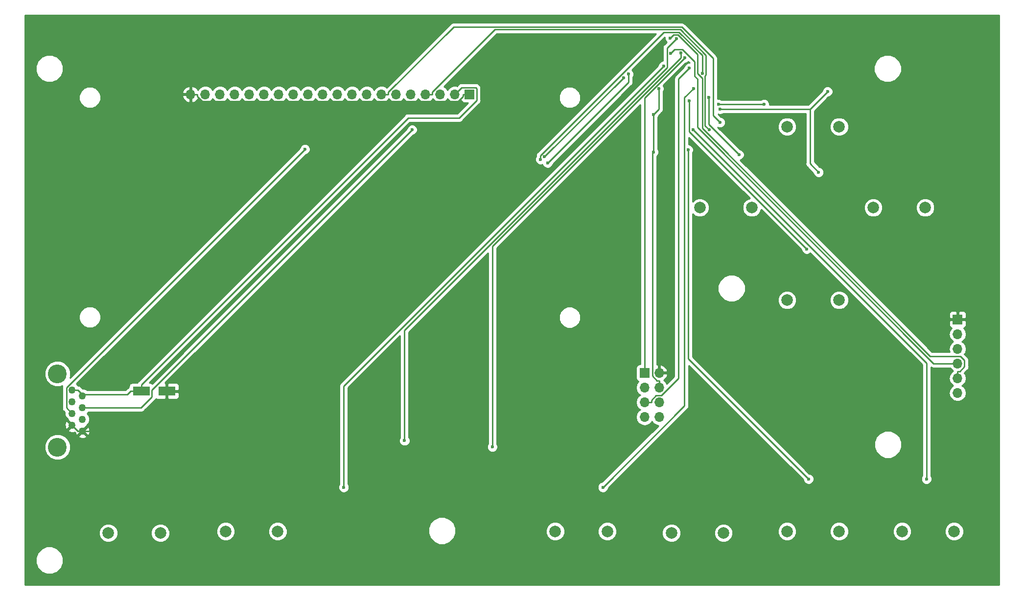
<source format=gbl>
G04 #@! TF.GenerationSoftware,KiCad,Pcbnew,5.0.0-fee4fd1~66~ubuntu18.04.1*
G04 #@! TF.CreationDate,2018-09-21T09:17:30-04:00*
G04 #@! TF.ProjectId,FrontPanel,46726F6E7450616E656C2E6B69636164,rev?*
G04 #@! TF.SameCoordinates,Original*
G04 #@! TF.FileFunction,Copper,L2,Bot,Signal*
G04 #@! TF.FilePolarity,Positive*
%FSLAX46Y46*%
G04 Gerber Fmt 4.6, Leading zero omitted, Abs format (unit mm)*
G04 Created by KiCad (PCBNEW 5.0.0-fee4fd1~66~ubuntu18.04.1) date Fri Sep 21 09:17:30 2018*
%MOMM*%
%LPD*%
G01*
G04 APERTURE LIST*
G04 #@! TA.AperFunction,SMDPad,CuDef*
%ADD10R,3.000000X1.600000*%
G04 #@! TD*
G04 #@! TA.AperFunction,ComponentPad*
%ADD11R,1.700000X1.700000*%
G04 #@! TD*
G04 #@! TA.AperFunction,ComponentPad*
%ADD12O,1.700000X1.700000*%
G04 #@! TD*
G04 #@! TA.AperFunction,ComponentPad*
%ADD13C,2.000000*%
G04 #@! TD*
G04 #@! TA.AperFunction,ComponentPad*
%ADD14C,3.250000*%
G04 #@! TD*
G04 #@! TA.AperFunction,ComponentPad*
%ADD15C,1.270000*%
G04 #@! TD*
G04 #@! TA.AperFunction,ViaPad*
%ADD16C,0.600000*%
G04 #@! TD*
G04 #@! TA.AperFunction,Conductor*
%ADD17C,0.250000*%
G04 #@! TD*
G04 #@! TA.AperFunction,Conductor*
%ADD18C,0.254000*%
G04 #@! TD*
G04 APERTURE END LIST*
D10*
G04 #@! TO.P,C1,1*
G04 #@! TO.N,+3V3*
X86000000Y-107650000D03*
G04 #@! TO.P,C1,2*
G04 #@! TO.N,GND*
X90400000Y-107650000D03*
G04 #@! TD*
D11*
G04 #@! TO.P,J2,1*
G04 #@! TO.N,GND*
X142800000Y-56300000D03*
D12*
G04 #@! TO.P,J2,2*
G04 #@! TO.N,+3V3*
X140260000Y-56300000D03*
G04 #@! TO.P,J2,3*
G04 #@! TO.N,Net-(J2-Pad3)*
X137720000Y-56300000D03*
G04 #@! TO.P,J2,4*
G04 #@! TO.N,Net-(J2-Pad4)*
X135180000Y-56300000D03*
G04 #@! TO.P,J2,5*
G04 #@! TO.N,Net-(J2-Pad5)*
X132640000Y-56300000D03*
G04 #@! TO.P,J2,6*
G04 #@! TO.N,Net-(J2-Pad6)*
X130100000Y-56300000D03*
G04 #@! TO.P,J2,7*
G04 #@! TO.N,Net-(J2-Pad7)*
X127560000Y-56300000D03*
G04 #@! TO.P,J2,8*
G04 #@! TO.N,Net-(J2-Pad8)*
X125020000Y-56300000D03*
G04 #@! TO.P,J2,9*
G04 #@! TO.N,Net-(J2-Pad9)*
X122480000Y-56300000D03*
G04 #@! TO.P,J2,10*
G04 #@! TO.N,Net-(J2-Pad10)*
X119940000Y-56300000D03*
G04 #@! TO.P,J2,11*
G04 #@! TO.N,Net-(J2-Pad11)*
X117400000Y-56300000D03*
G04 #@! TO.P,J2,12*
G04 #@! TO.N,Net-(J2-Pad12)*
X114860000Y-56300000D03*
G04 #@! TO.P,J2,13*
G04 #@! TO.N,Net-(J2-Pad13)*
X112320000Y-56300000D03*
G04 #@! TO.P,J2,14*
G04 #@! TO.N,Net-(J2-Pad14)*
X109780000Y-56300000D03*
G04 #@! TO.P,J2,15*
G04 #@! TO.N,Net-(J2-Pad15)*
X107240000Y-56300000D03*
G04 #@! TO.P,J2,16*
G04 #@! TO.N,Net-(J2-Pad16)*
X104700000Y-56300000D03*
G04 #@! TO.P,J2,17*
G04 #@! TO.N,Net-(J2-Pad17)*
X102160000Y-56300000D03*
G04 #@! TO.P,J2,18*
G04 #@! TO.N,Net-(J2-Pad18)*
X99620000Y-56300000D03*
G04 #@! TO.P,J2,19*
G04 #@! TO.N,Net-(J2-Pad19)*
X97080000Y-56300000D03*
G04 #@! TO.P,J2,20*
G04 #@! TO.N,GND*
X94540000Y-56300000D03*
G04 #@! TD*
D13*
G04 #@! TO.P,SW1,*
G04 #@! TO.N,*
X80300000Y-132200000D03*
X89300000Y-132200000D03*
G04 #@! TD*
G04 #@! TO.P,SW2,*
G04 #@! TO.N,*
X100600000Y-131900000D03*
X109600000Y-131900000D03*
G04 #@! TD*
G04 #@! TO.P,SW3,*
G04 #@! TO.N,*
X157600000Y-131900000D03*
X166600000Y-131900000D03*
G04 #@! TD*
G04 #@! TO.P,SW4,*
G04 #@! TO.N,*
X177700000Y-132200000D03*
X186700000Y-132200000D03*
G04 #@! TD*
G04 #@! TO.P,SW5,*
G04 #@! TO.N,*
X197700000Y-131900000D03*
X206700000Y-131900000D03*
G04 #@! TD*
G04 #@! TO.P,SW6,*
G04 #@! TO.N,*
X217600000Y-131900000D03*
X226600000Y-131900000D03*
G04 #@! TD*
G04 #@! TO.P,SW7,*
G04 #@! TO.N,*
X197700000Y-61900000D03*
X206700000Y-61900000D03*
G04 #@! TD*
G04 #@! TO.P,SW8,*
G04 #@! TO.N,*
X212600000Y-75900000D03*
X221600000Y-75900000D03*
G04 #@! TD*
G04 #@! TO.P,SW9,*
G04 #@! TO.N,*
X197700000Y-91900000D03*
X206700000Y-91900000D03*
G04 #@! TD*
G04 #@! TO.P,SW10,*
G04 #@! TO.N,*
X182600000Y-75900000D03*
X191600000Y-75900000D03*
G04 #@! TD*
D14*
G04 #@! TO.P,J1,*
G04 #@! TO.N,*
X71500000Y-117350000D03*
X71500000Y-104650000D03*
D15*
G04 #@! TO.P,J1,8*
G04 #@! TO.N,GND*
X75818000Y-114556000D03*
G04 #@! TO.P,J1,7*
X74040000Y-113540000D03*
G04 #@! TO.P,J1,6*
G04 #@! TO.N,Net-(J1-Pad6)*
X75818000Y-112524000D03*
G04 #@! TO.P,J1,5*
G04 #@! TO.N,/RX*
X74040000Y-111508000D03*
G04 #@! TO.P,J1,4*
G04 #@! TO.N,/TX*
X75818000Y-110492000D03*
G04 #@! TO.P,J1,3*
G04 #@! TO.N,Net-(J1-Pad3)*
X74040000Y-109476000D03*
G04 #@! TO.P,J1,2*
G04 #@! TO.N,+3V3*
X75818000Y-108460000D03*
G04 #@! TO.P,J1,1*
X74040000Y-107444000D03*
G04 #@! TD*
D11*
G04 #@! TO.P,J4,1*
G04 #@! TO.N,GND*
X227200000Y-95250000D03*
D12*
G04 #@! TO.P,J4,2*
G04 #@! TO.N,Net-(J4-Pad2)*
X227200000Y-97790000D03*
G04 #@! TO.P,J4,3*
G04 #@! TO.N,Net-(J4-Pad3)*
X227200000Y-100330000D03*
G04 #@! TO.P,J4,4*
G04 #@! TO.N,Net-(J4-Pad4)*
X227200000Y-102870000D03*
G04 #@! TO.P,J4,5*
G04 #@! TO.N,Net-(J4-Pad5)*
X227200000Y-105410000D03*
G04 #@! TO.P,J4,6*
G04 #@! TO.N,Net-(J4-Pad6)*
X227200000Y-107950000D03*
G04 #@! TD*
D11*
G04 #@! TO.P,J3,1*
G04 #@! TO.N,Net-(J3-Pad1)*
X173050000Y-104500000D03*
D12*
G04 #@! TO.P,J3,2*
G04 #@! TO.N,GND*
X175590000Y-104500000D03*
G04 #@! TO.P,J3,3*
G04 #@! TO.N,Net-(J3-Pad3)*
X173050000Y-107040000D03*
G04 #@! TO.P,J3,4*
G04 #@! TO.N,+3V3*
X175590000Y-107040000D03*
G04 #@! TO.P,J3,5*
G04 #@! TO.N,Net-(J3-Pad5)*
X173050000Y-109580000D03*
G04 #@! TO.P,J3,6*
G04 #@! TO.N,Net-(J3-Pad6)*
X175590000Y-109580000D03*
G04 #@! TO.P,J3,7*
G04 #@! TO.N,Net-(J3-Pad7)*
X173050000Y-112120000D03*
G04 #@! TO.P,J3,8*
G04 #@! TO.N,Net-(J3-Pad8)*
X175590000Y-112120000D03*
G04 #@! TD*
D16*
G04 #@! TO.N,+3V3*
X174597100Y-66287700D03*
X174597100Y-59800000D03*
X175503700Y-55320600D03*
G04 #@! TO.N,/TX*
X132857400Y-62426500D03*
G04 #@! TO.N,/RX*
X114303200Y-65795100D03*
G04 #@! TO.N,Net-(J2-Pad4)*
X184213400Y-62441900D03*
G04 #@! TO.N,Net-(J2-Pad7)*
X186134500Y-61148400D03*
G04 #@! TO.N,Net-(J3-Pad1)*
X179981400Y-49958500D03*
G04 #@! TO.N,Net-(J3-Pad5)*
X180768300Y-51756600D03*
G04 #@! TO.N,Net-(J4-Pad4)*
X177591300Y-49222000D03*
G04 #@! TO.N,Net-(J4-Pad5)*
X177500000Y-46602100D03*
G04 #@! TO.N,Net-(R1-Pad1)*
X169388100Y-53425300D03*
X155729500Y-67083900D03*
G04 #@! TO.N,Net-(R2-Pad1)*
X170241400Y-52800000D03*
X156287600Y-68174800D03*
G04 #@! TO.N,Net-(R3-Pad1)*
X178571700Y-46641500D03*
X131538700Y-116224300D03*
G04 #@! TO.N,Net-(R4-Pad1)*
X179334900Y-49164400D03*
X146725100Y-117300000D03*
G04 #@! TO.N,Net-(SW1-Pad1)*
X183049800Y-52674700D03*
X155029700Y-67549500D03*
G04 #@! TO.N,Net-(SW2-Pad1)*
X176330400Y-51451200D03*
X121014800Y-124275000D03*
G04 #@! TO.N,Net-(SW3-Pad1)*
X181528400Y-55300000D03*
X165852100Y-124275000D03*
G04 #@! TO.N,Net-(SW5-Pad1)*
X180592900Y-65902600D03*
X201413900Y-122843800D03*
G04 #@! TO.N,Net-(SW6-Pad1)*
X181481300Y-62448000D03*
X221809000Y-122843800D03*
G04 #@! TO.N,Net-(SW7-Pad1)*
X204700000Y-55811000D03*
X186130600Y-58861200D03*
X203163900Y-69796000D03*
G04 #@! TO.N,Net-(SW8-Pad1)*
X185874400Y-58037900D03*
X193730400Y-58007600D03*
G04 #@! TO.N,Net-(SW9-Pad1)*
X180782200Y-57458700D03*
X201101400Y-83066300D03*
G04 #@! TO.N,Net-(SW10-Pad1)*
X184138600Y-56800000D03*
X189396400Y-66746100D03*
G04 #@! TD*
D17*
G04 #@! TO.N,+3V3*
X75017900Y-107444000D02*
X75818000Y-108244100D01*
X74040000Y-107444000D02*
X75017900Y-107444000D01*
X75818000Y-108244100D02*
X75818000Y-108460000D01*
X83580600Y-108244100D02*
X84174700Y-107650000D01*
X75818000Y-108244100D02*
X83580600Y-108244100D01*
X86000000Y-107650000D02*
X84174700Y-107650000D01*
X174597100Y-66287700D02*
X174597100Y-59800000D01*
X132152700Y-60372000D02*
X86000000Y-106524700D01*
X140988600Y-60372000D02*
X132152700Y-60372000D01*
X143987100Y-57373500D02*
X140988600Y-60372000D01*
X143987100Y-55278600D02*
X143987100Y-57373500D01*
X143833200Y-55124700D02*
X143987100Y-55278600D01*
X141435300Y-55124700D02*
X143833200Y-55124700D01*
X140260000Y-56300000D02*
X141435300Y-55124700D01*
X86000000Y-107650000D02*
X86000000Y-106524700D01*
X175503700Y-58893400D02*
X175503700Y-55320600D01*
X174597100Y-59800000D02*
X175503700Y-58893400D01*
X174411200Y-66473600D02*
X174597100Y-66287700D01*
X174411200Y-105053200D02*
X174411200Y-66473600D01*
X175222700Y-105864700D02*
X174411200Y-105053200D01*
X175590000Y-105864700D02*
X175222700Y-105864700D01*
X175590000Y-107040000D02*
X175590000Y-105864700D01*
G04 #@! TO.N,GND*
X141624700Y-56667400D02*
X141624700Y-56300000D01*
X140816800Y-57475300D02*
X141624700Y-56667400D01*
X96523300Y-57475300D02*
X140816800Y-57475300D01*
X95715300Y-56667300D02*
X96523300Y-57475300D01*
X95715300Y-56300000D02*
X95715300Y-56667300D01*
X94540000Y-56300000D02*
X95715300Y-56300000D01*
X142800000Y-56300000D02*
X141624700Y-56300000D01*
X75056000Y-114556000D02*
X75818000Y-114556000D01*
X74040000Y-113540000D02*
X75056000Y-114556000D01*
X84619300Y-114556000D02*
X90400000Y-108775300D01*
X75818000Y-114556000D02*
X84619300Y-114556000D01*
X90400000Y-107650000D02*
X90400000Y-108775300D01*
G04 #@! TO.N,/TX*
X85955700Y-110492000D02*
X75818000Y-110492000D01*
X87825400Y-108622300D02*
X85955700Y-110492000D01*
X87825400Y-107458500D02*
X87825400Y-108622300D01*
X132857400Y-62426500D02*
X87825400Y-107458500D01*
G04 #@! TO.N,/RX*
X73062800Y-107035500D02*
X114303200Y-65795100D01*
X73062800Y-110530800D02*
X73062800Y-107035500D01*
X74040000Y-111508000D02*
X73062800Y-110530800D01*
G04 #@! TO.N,Net-(J2-Pad4)*
X135180000Y-56300000D02*
X136355300Y-56300000D01*
X136355300Y-55932700D02*
X136355300Y-56300000D01*
X147180600Y-45107400D02*
X136355300Y-55932700D01*
X179258700Y-45107400D02*
X147180600Y-45107400D01*
X183675100Y-49523800D02*
X179258700Y-45107400D01*
X183675100Y-52933800D02*
X183675100Y-49523800D01*
X183504700Y-53104200D02*
X183675100Y-52933800D01*
X183504700Y-61733200D02*
X183504700Y-53104200D01*
X184213400Y-62441900D02*
X183504700Y-61733200D01*
G04 #@! TO.N,Net-(J2-Pad7)*
X127560000Y-56300000D02*
X128735300Y-56300000D01*
X184922900Y-59936800D02*
X186134500Y-61148400D01*
X184922900Y-50089600D02*
X184922900Y-59936800D01*
X179490300Y-44657000D02*
X184922900Y-50089600D01*
X140011000Y-44657000D02*
X179490300Y-44657000D01*
X128735300Y-55932700D02*
X140011000Y-44657000D01*
X128735300Y-56300000D02*
X128735300Y-55932700D01*
G04 #@! TO.N,Net-(J3-Pad1)*
X173050000Y-56889900D02*
X179981400Y-49958500D01*
X173050000Y-104500000D02*
X173050000Y-56889900D01*
G04 #@! TO.N,Net-(J3-Pad5)*
X178909900Y-53615000D02*
X180768300Y-51756600D01*
X178909900Y-105401400D02*
X178909900Y-53615000D01*
X175906600Y-108404700D02*
X178909900Y-105401400D01*
X175033200Y-108404700D02*
X175906600Y-108404700D01*
X174225300Y-109212600D02*
X175033200Y-108404700D01*
X174225300Y-109580000D02*
X174225300Y-109212600D01*
X173050000Y-109580000D02*
X174225300Y-109580000D01*
G04 #@! TO.N,Net-(J4-Pad4)*
X178274300Y-48539000D02*
X177591300Y-49222000D01*
X179622000Y-48539000D02*
X178274300Y-48539000D01*
X181737800Y-50654800D02*
X179622000Y-48539000D01*
X181737800Y-53202400D02*
X181737800Y-50654800D01*
X182188200Y-53652800D02*
X181737800Y-53202400D01*
X182188200Y-62028700D02*
X182188200Y-53652800D01*
X223029500Y-102870000D02*
X182188200Y-62028700D01*
X227200000Y-102870000D02*
X223029500Y-102870000D01*
G04 #@! TO.N,Net-(J4-Pad5)*
X227200000Y-105410000D02*
X227200000Y-104234700D01*
X178086000Y-46016100D02*
X177500000Y-46602100D01*
X178842500Y-46016100D02*
X178086000Y-46016100D01*
X182188200Y-49361800D02*
X178842500Y-46016100D01*
X182188200Y-52697700D02*
X182188200Y-49361800D01*
X183054400Y-53563900D02*
X182188200Y-52697700D01*
X183054400Y-62186700D02*
X183054400Y-53563900D01*
X222467700Y-101600000D02*
X183054400Y-62186700D01*
X227655200Y-101600000D02*
X222467700Y-101600000D01*
X228395600Y-102340400D02*
X227655200Y-101600000D01*
X228395600Y-103406400D02*
X228395600Y-102340400D01*
X227567300Y-104234700D02*
X228395600Y-103406400D01*
X227200000Y-104234700D02*
X227567300Y-104234700D01*
G04 #@! TO.N,Net-(R1-Pad1)*
X155729500Y-67083900D02*
X169388100Y-53425300D01*
G04 #@! TO.N,Net-(R2-Pad1)*
X170241400Y-54221000D02*
X156287600Y-68174800D01*
X170241400Y-52800000D02*
X170241400Y-54221000D01*
G04 #@! TO.N,Net-(R3-Pad1)*
X131538700Y-97127300D02*
X131538700Y-116224300D01*
X176955700Y-51710300D02*
X131538700Y-97127300D01*
X176955700Y-48257500D02*
X176955700Y-51710300D01*
X178571700Y-46641500D02*
X176955700Y-48257500D01*
G04 #@! TO.N,Net-(R4-Pad1)*
X179334900Y-49968000D02*
X179334900Y-49164400D01*
X146725100Y-82577800D02*
X179334900Y-49968000D01*
X146725100Y-117300000D02*
X146725100Y-82577800D01*
G04 #@! TO.N,Net-(SW1-Pad1)*
X183049800Y-49576800D02*
X183049800Y-52674700D01*
X179030700Y-45557700D02*
X183049800Y-49576800D01*
X176360800Y-45557700D02*
X179030700Y-45557700D01*
X155029700Y-66888800D02*
X176360800Y-45557700D01*
X155029700Y-67549500D02*
X155029700Y-66888800D01*
G04 #@! TO.N,Net-(SW2-Pad1)*
X121014800Y-106766800D02*
X121014800Y-124275000D01*
X176330400Y-51451200D02*
X121014800Y-106766800D01*
G04 #@! TO.N,Net-(SW3-Pad1)*
X179950400Y-110176700D02*
X165852100Y-124275000D01*
X179950400Y-56878000D02*
X179950400Y-110176700D01*
X181528400Y-55300000D02*
X179950400Y-56878000D01*
G04 #@! TO.N,Net-(SW5-Pad1)*
X180592900Y-102022800D02*
X180592900Y-65902600D01*
X201413900Y-122843800D02*
X180592900Y-102022800D01*
G04 #@! TO.N,Net-(SW6-Pad1)*
X221809000Y-102775700D02*
X181481300Y-62448000D01*
X221809000Y-122843800D02*
X221809000Y-102775700D01*
G04 #@! TO.N,Net-(SW7-Pad1)*
X201649800Y-68281900D02*
X203163900Y-69796000D01*
X201649800Y-58861200D02*
X201649800Y-68281900D01*
X186130600Y-58861200D02*
X201649800Y-58861200D01*
X201649800Y-58861200D02*
X204700000Y-55811000D01*
G04 #@! TO.N,Net-(SW8-Pad1)*
X185904700Y-58007600D02*
X185874400Y-58037900D01*
X193730400Y-58007600D02*
X185904700Y-58007600D01*
G04 #@! TO.N,Net-(SW9-Pad1)*
X180782200Y-62747100D02*
X201101400Y-83066300D01*
X180782200Y-57458700D02*
X180782200Y-62747100D01*
G04 #@! TO.N,Net-(SW10-Pad1)*
X184138600Y-61482700D02*
X184138600Y-56800000D01*
X189396400Y-66740500D02*
X184138600Y-61482700D01*
X189396400Y-66746100D02*
X189396400Y-66740500D01*
G04 #@! TD*
D18*
G04 #@! TO.N,GND*
G36*
X234390001Y-141190000D02*
X65910000Y-141190000D01*
X65910000Y-136425594D01*
X67715000Y-136425594D01*
X67715000Y-137374406D01*
X68078095Y-138250994D01*
X68749006Y-138921905D01*
X69625594Y-139285000D01*
X70574406Y-139285000D01*
X71450994Y-138921905D01*
X72121905Y-138250994D01*
X72485000Y-137374406D01*
X72485000Y-136425594D01*
X72121905Y-135549006D01*
X71450994Y-134878095D01*
X70574406Y-134515000D01*
X69625594Y-134515000D01*
X68749006Y-134878095D01*
X68078095Y-135549006D01*
X67715000Y-136425594D01*
X65910000Y-136425594D01*
X65910000Y-131874778D01*
X78665000Y-131874778D01*
X78665000Y-132525222D01*
X78913914Y-133126153D01*
X79373847Y-133586086D01*
X79974778Y-133835000D01*
X80625222Y-133835000D01*
X81226153Y-133586086D01*
X81686086Y-133126153D01*
X81935000Y-132525222D01*
X81935000Y-131874778D01*
X87665000Y-131874778D01*
X87665000Y-132525222D01*
X87913914Y-133126153D01*
X88373847Y-133586086D01*
X88974778Y-133835000D01*
X89625222Y-133835000D01*
X90226153Y-133586086D01*
X90686086Y-133126153D01*
X90935000Y-132525222D01*
X90935000Y-131874778D01*
X90810736Y-131574778D01*
X98965000Y-131574778D01*
X98965000Y-132225222D01*
X99213914Y-132826153D01*
X99673847Y-133286086D01*
X100274778Y-133535000D01*
X100925222Y-133535000D01*
X101526153Y-133286086D01*
X101986086Y-132826153D01*
X102235000Y-132225222D01*
X102235000Y-131574778D01*
X107965000Y-131574778D01*
X107965000Y-132225222D01*
X108213914Y-132826153D01*
X108673847Y-133286086D01*
X109274778Y-133535000D01*
X109925222Y-133535000D01*
X110526153Y-133286086D01*
X110986086Y-132826153D01*
X111235000Y-132225222D01*
X111235000Y-131574778D01*
X111131785Y-131325594D01*
X135615000Y-131325594D01*
X135615000Y-132274406D01*
X135978095Y-133150994D01*
X136649006Y-133821905D01*
X137525594Y-134185000D01*
X138474406Y-134185000D01*
X139350994Y-133821905D01*
X140021905Y-133150994D01*
X140385000Y-132274406D01*
X140385000Y-131574778D01*
X155965000Y-131574778D01*
X155965000Y-132225222D01*
X156213914Y-132826153D01*
X156673847Y-133286086D01*
X157274778Y-133535000D01*
X157925222Y-133535000D01*
X158526153Y-133286086D01*
X158986086Y-132826153D01*
X159235000Y-132225222D01*
X159235000Y-131574778D01*
X164965000Y-131574778D01*
X164965000Y-132225222D01*
X165213914Y-132826153D01*
X165673847Y-133286086D01*
X166274778Y-133535000D01*
X166925222Y-133535000D01*
X167526153Y-133286086D01*
X167986086Y-132826153D01*
X168235000Y-132225222D01*
X168235000Y-131874778D01*
X176065000Y-131874778D01*
X176065000Y-132525222D01*
X176313914Y-133126153D01*
X176773847Y-133586086D01*
X177374778Y-133835000D01*
X178025222Y-133835000D01*
X178626153Y-133586086D01*
X179086086Y-133126153D01*
X179335000Y-132525222D01*
X179335000Y-131874778D01*
X185065000Y-131874778D01*
X185065000Y-132525222D01*
X185313914Y-133126153D01*
X185773847Y-133586086D01*
X186374778Y-133835000D01*
X187025222Y-133835000D01*
X187626153Y-133586086D01*
X188086086Y-133126153D01*
X188335000Y-132525222D01*
X188335000Y-131874778D01*
X188210736Y-131574778D01*
X196065000Y-131574778D01*
X196065000Y-132225222D01*
X196313914Y-132826153D01*
X196773847Y-133286086D01*
X197374778Y-133535000D01*
X198025222Y-133535000D01*
X198626153Y-133286086D01*
X199086086Y-132826153D01*
X199335000Y-132225222D01*
X199335000Y-131574778D01*
X205065000Y-131574778D01*
X205065000Y-132225222D01*
X205313914Y-132826153D01*
X205773847Y-133286086D01*
X206374778Y-133535000D01*
X207025222Y-133535000D01*
X207626153Y-133286086D01*
X208086086Y-132826153D01*
X208335000Y-132225222D01*
X208335000Y-131574778D01*
X215965000Y-131574778D01*
X215965000Y-132225222D01*
X216213914Y-132826153D01*
X216673847Y-133286086D01*
X217274778Y-133535000D01*
X217925222Y-133535000D01*
X218526153Y-133286086D01*
X218986086Y-132826153D01*
X219235000Y-132225222D01*
X219235000Y-131574778D01*
X224965000Y-131574778D01*
X224965000Y-132225222D01*
X225213914Y-132826153D01*
X225673847Y-133286086D01*
X226274778Y-133535000D01*
X226925222Y-133535000D01*
X227526153Y-133286086D01*
X227986086Y-132826153D01*
X228235000Y-132225222D01*
X228235000Y-131574778D01*
X227986086Y-130973847D01*
X227526153Y-130513914D01*
X226925222Y-130265000D01*
X226274778Y-130265000D01*
X225673847Y-130513914D01*
X225213914Y-130973847D01*
X224965000Y-131574778D01*
X219235000Y-131574778D01*
X218986086Y-130973847D01*
X218526153Y-130513914D01*
X217925222Y-130265000D01*
X217274778Y-130265000D01*
X216673847Y-130513914D01*
X216213914Y-130973847D01*
X215965000Y-131574778D01*
X208335000Y-131574778D01*
X208086086Y-130973847D01*
X207626153Y-130513914D01*
X207025222Y-130265000D01*
X206374778Y-130265000D01*
X205773847Y-130513914D01*
X205313914Y-130973847D01*
X205065000Y-131574778D01*
X199335000Y-131574778D01*
X199086086Y-130973847D01*
X198626153Y-130513914D01*
X198025222Y-130265000D01*
X197374778Y-130265000D01*
X196773847Y-130513914D01*
X196313914Y-130973847D01*
X196065000Y-131574778D01*
X188210736Y-131574778D01*
X188086086Y-131273847D01*
X187626153Y-130813914D01*
X187025222Y-130565000D01*
X186374778Y-130565000D01*
X185773847Y-130813914D01*
X185313914Y-131273847D01*
X185065000Y-131874778D01*
X179335000Y-131874778D01*
X179086086Y-131273847D01*
X178626153Y-130813914D01*
X178025222Y-130565000D01*
X177374778Y-130565000D01*
X176773847Y-130813914D01*
X176313914Y-131273847D01*
X176065000Y-131874778D01*
X168235000Y-131874778D01*
X168235000Y-131574778D01*
X167986086Y-130973847D01*
X167526153Y-130513914D01*
X166925222Y-130265000D01*
X166274778Y-130265000D01*
X165673847Y-130513914D01*
X165213914Y-130973847D01*
X164965000Y-131574778D01*
X159235000Y-131574778D01*
X158986086Y-130973847D01*
X158526153Y-130513914D01*
X157925222Y-130265000D01*
X157274778Y-130265000D01*
X156673847Y-130513914D01*
X156213914Y-130973847D01*
X155965000Y-131574778D01*
X140385000Y-131574778D01*
X140385000Y-131325594D01*
X140021905Y-130449006D01*
X139350994Y-129778095D01*
X138474406Y-129415000D01*
X137525594Y-129415000D01*
X136649006Y-129778095D01*
X135978095Y-130449006D01*
X135615000Y-131325594D01*
X111131785Y-131325594D01*
X110986086Y-130973847D01*
X110526153Y-130513914D01*
X109925222Y-130265000D01*
X109274778Y-130265000D01*
X108673847Y-130513914D01*
X108213914Y-130973847D01*
X107965000Y-131574778D01*
X102235000Y-131574778D01*
X101986086Y-130973847D01*
X101526153Y-130513914D01*
X100925222Y-130265000D01*
X100274778Y-130265000D01*
X99673847Y-130513914D01*
X99213914Y-130973847D01*
X98965000Y-131574778D01*
X90810736Y-131574778D01*
X90686086Y-131273847D01*
X90226153Y-130813914D01*
X89625222Y-130565000D01*
X88974778Y-130565000D01*
X88373847Y-130813914D01*
X87913914Y-131273847D01*
X87665000Y-131874778D01*
X81935000Y-131874778D01*
X81686086Y-131273847D01*
X81226153Y-130813914D01*
X80625222Y-130565000D01*
X79974778Y-130565000D01*
X79373847Y-130813914D01*
X78913914Y-131273847D01*
X78665000Y-131874778D01*
X65910000Y-131874778D01*
X65910000Y-116900458D01*
X69240000Y-116900458D01*
X69240000Y-117799542D01*
X69584065Y-118630187D01*
X70219813Y-119265935D01*
X71050458Y-119610000D01*
X71949542Y-119610000D01*
X72780187Y-119265935D01*
X73415935Y-118630187D01*
X73760000Y-117799542D01*
X73760000Y-116900458D01*
X73415935Y-116069813D01*
X72790255Y-115444133D01*
X75109472Y-115444133D01*
X75163303Y-115673179D01*
X75640664Y-115838681D01*
X76145023Y-115808906D01*
X76472697Y-115673179D01*
X76526528Y-115444133D01*
X75818000Y-114735605D01*
X75109472Y-115444133D01*
X72790255Y-115444133D01*
X72780187Y-115434065D01*
X71949542Y-115090000D01*
X71050458Y-115090000D01*
X70219813Y-115434065D01*
X69584065Y-116069813D01*
X69240000Y-116900458D01*
X65910000Y-116900458D01*
X65910000Y-113362664D01*
X72757319Y-113362664D01*
X72787094Y-113867023D01*
X72922821Y-114194697D01*
X73151867Y-114248528D01*
X73860395Y-113540000D01*
X73151867Y-112831472D01*
X72922821Y-112885303D01*
X72757319Y-113362664D01*
X65910000Y-113362664D01*
X65910000Y-104200458D01*
X69240000Y-104200458D01*
X69240000Y-105099542D01*
X69584065Y-105930187D01*
X70219813Y-106565935D01*
X71050458Y-106910000D01*
X71949542Y-106910000D01*
X72345499Y-106745989D01*
X72287912Y-107035500D01*
X72302801Y-107110352D01*
X72302800Y-110455953D01*
X72287912Y-110530800D01*
X72302800Y-110605647D01*
X72302800Y-110605651D01*
X72346896Y-110827336D01*
X72514871Y-111078729D01*
X72578329Y-111121131D01*
X72770000Y-111312802D01*
X72770000Y-111760619D01*
X72963346Y-112227397D01*
X73320603Y-112584654D01*
X73344903Y-112594719D01*
X73331472Y-112651867D01*
X74040000Y-113360395D01*
X74054143Y-113346253D01*
X74233748Y-113525858D01*
X74219605Y-113540000D01*
X74233748Y-113554143D01*
X74054143Y-113733748D01*
X74040000Y-113719605D01*
X73331472Y-114428133D01*
X73385303Y-114657179D01*
X73862664Y-114822681D01*
X74367023Y-114792906D01*
X74555173Y-114714972D01*
X74565094Y-114883023D01*
X74700821Y-115210697D01*
X74929867Y-115264528D01*
X75638395Y-114556000D01*
X75997605Y-114556000D01*
X76706133Y-115264528D01*
X76935179Y-115210697D01*
X77100681Y-114733336D01*
X77070906Y-114228977D01*
X76935179Y-113901303D01*
X76706133Y-113847472D01*
X75997605Y-114556000D01*
X75638395Y-114556000D01*
X75624253Y-114541858D01*
X75803858Y-114362253D01*
X75818000Y-114376395D01*
X76526528Y-113667867D01*
X76513097Y-113610719D01*
X76537397Y-113600654D01*
X76894654Y-113243397D01*
X77088000Y-112776619D01*
X77088000Y-112271381D01*
X76894654Y-111804603D01*
X76598051Y-111508000D01*
X76854051Y-111252000D01*
X85880853Y-111252000D01*
X85955700Y-111266888D01*
X86030547Y-111252000D01*
X86030552Y-111252000D01*
X86252237Y-111207904D01*
X86503629Y-111039929D01*
X86546031Y-110976470D01*
X88309873Y-109212629D01*
X88373329Y-109170229D01*
X88513069Y-108961094D01*
X88540302Y-108988327D01*
X88773691Y-109085000D01*
X90114250Y-109085000D01*
X90273000Y-108926250D01*
X90273000Y-107777000D01*
X90527000Y-107777000D01*
X90527000Y-108926250D01*
X90685750Y-109085000D01*
X92026309Y-109085000D01*
X92259698Y-108988327D01*
X92438327Y-108809699D01*
X92535000Y-108576310D01*
X92535000Y-107935750D01*
X92376250Y-107777000D01*
X90527000Y-107777000D01*
X90273000Y-107777000D01*
X90253000Y-107777000D01*
X90253000Y-107523000D01*
X90273000Y-107523000D01*
X90273000Y-106373750D01*
X90527000Y-106373750D01*
X90527000Y-107523000D01*
X92376250Y-107523000D01*
X92535000Y-107364250D01*
X92535000Y-106723690D01*
X92438327Y-106490301D01*
X92259698Y-106311673D01*
X92026309Y-106215000D01*
X90685750Y-106215000D01*
X90527000Y-106373750D01*
X90273000Y-106373750D01*
X90128976Y-106229726D01*
X132997202Y-63361500D01*
X133043383Y-63361500D01*
X133387035Y-63219155D01*
X133650055Y-62956135D01*
X133792400Y-62612483D01*
X133792400Y-62240517D01*
X133650055Y-61896865D01*
X133387035Y-61633845D01*
X133043383Y-61491500D01*
X132671417Y-61491500D01*
X132327765Y-61633845D01*
X132064745Y-61896865D01*
X131922400Y-62240517D01*
X131922400Y-62286698D01*
X87873345Y-106335754D01*
X87747765Y-106251843D01*
X87500000Y-106202560D01*
X87396941Y-106202560D01*
X132467502Y-61132000D01*
X140913753Y-61132000D01*
X140988600Y-61146888D01*
X141063447Y-61132000D01*
X141063452Y-61132000D01*
X141285137Y-61087904D01*
X141536529Y-60919929D01*
X141578931Y-60856470D01*
X144471576Y-57963827D01*
X144535029Y-57921429D01*
X144577427Y-57857976D01*
X144577429Y-57857974D01*
X144703003Y-57670038D01*
X144703004Y-57670037D01*
X144747100Y-57448352D01*
X144747100Y-57448348D01*
X144761988Y-57373501D01*
X144747100Y-57298654D01*
X144747100Y-56475050D01*
X158215000Y-56475050D01*
X158215000Y-57224950D01*
X158501974Y-57917767D01*
X159032233Y-58448026D01*
X159725050Y-58735000D01*
X160474950Y-58735000D01*
X161167767Y-58448026D01*
X161698026Y-57917767D01*
X161985000Y-57224950D01*
X161985000Y-56475050D01*
X161698026Y-55782233D01*
X161167767Y-55251974D01*
X160474950Y-54965000D01*
X159725050Y-54965000D01*
X159032233Y-55251974D01*
X158501974Y-55782233D01*
X158215000Y-56475050D01*
X144747100Y-56475050D01*
X144747100Y-55353446D01*
X144761988Y-55278599D01*
X144747100Y-55203752D01*
X144747100Y-55203748D01*
X144703004Y-54982063D01*
X144535029Y-54730671D01*
X144471572Y-54688271D01*
X144423530Y-54640229D01*
X144381129Y-54576771D01*
X144129737Y-54408796D01*
X143908052Y-54364700D01*
X143908047Y-54364700D01*
X143833200Y-54349812D01*
X143758353Y-54364700D01*
X141510146Y-54364700D01*
X141435299Y-54349812D01*
X141360452Y-54364700D01*
X141360448Y-54364700D01*
X141138763Y-54408796D01*
X140887371Y-54576771D01*
X140844971Y-54640227D01*
X140626408Y-54858791D01*
X140406256Y-54815000D01*
X140113744Y-54815000D01*
X139680582Y-54901161D01*
X139189375Y-55229375D01*
X138990000Y-55527761D01*
X138790625Y-55229375D01*
X138396663Y-54966138D01*
X147495402Y-45867400D01*
X174976298Y-45867400D01*
X154545228Y-66298471D01*
X154481772Y-66340871D01*
X154439372Y-66404327D01*
X154439371Y-66404328D01*
X154412888Y-66443963D01*
X154313797Y-66592263D01*
X154269700Y-66813948D01*
X154269700Y-66813953D01*
X154254812Y-66888800D01*
X154269700Y-66963647D01*
X154269700Y-66987210D01*
X154237045Y-67019865D01*
X154094700Y-67363517D01*
X154094700Y-67735483D01*
X154237045Y-68079135D01*
X154500065Y-68342155D01*
X154843717Y-68484500D01*
X155215683Y-68484500D01*
X155376290Y-68417975D01*
X155494945Y-68704435D01*
X155757965Y-68967455D01*
X156101617Y-69109800D01*
X156473583Y-69109800D01*
X156817235Y-68967455D01*
X157080255Y-68704435D01*
X157222600Y-68360783D01*
X157222600Y-68314601D01*
X170725873Y-54811329D01*
X170789329Y-54768929D01*
X170957304Y-54517537D01*
X171001400Y-54295852D01*
X171001400Y-54295848D01*
X171016288Y-54221001D01*
X171001400Y-54146154D01*
X171001400Y-53362290D01*
X171034055Y-53329635D01*
X171176400Y-52985983D01*
X171176400Y-52614017D01*
X171034055Y-52270365D01*
X170878496Y-52114806D01*
X176565000Y-46428302D01*
X176565000Y-46788083D01*
X176707345Y-47131735D01*
X176857004Y-47281394D01*
X176471230Y-47667169D01*
X176407771Y-47709571D01*
X176239796Y-47960964D01*
X176195700Y-48182649D01*
X176195700Y-48182653D01*
X176180812Y-48257500D01*
X176195700Y-48332347D01*
X176195701Y-50516200D01*
X176144417Y-50516200D01*
X175800765Y-50658545D01*
X175537745Y-50921565D01*
X175395400Y-51265217D01*
X175395400Y-51311398D01*
X120530330Y-106176469D01*
X120466871Y-106218871D01*
X120298896Y-106470264D01*
X120254800Y-106691949D01*
X120254800Y-106691953D01*
X120239912Y-106766800D01*
X120254800Y-106841647D01*
X120254801Y-123712709D01*
X120222145Y-123745365D01*
X120079800Y-124089017D01*
X120079800Y-124460983D01*
X120222145Y-124804635D01*
X120485165Y-125067655D01*
X120828817Y-125210000D01*
X121200783Y-125210000D01*
X121544435Y-125067655D01*
X121807455Y-124804635D01*
X121949800Y-124460983D01*
X121949800Y-124089017D01*
X121807455Y-123745365D01*
X121774800Y-123712710D01*
X121774800Y-107081601D01*
X130778700Y-98077701D01*
X130778701Y-115662009D01*
X130746045Y-115694665D01*
X130603700Y-116038317D01*
X130603700Y-116410283D01*
X130746045Y-116753935D01*
X131009065Y-117016955D01*
X131352717Y-117159300D01*
X131724683Y-117159300D01*
X132068335Y-117016955D01*
X132331355Y-116753935D01*
X132473700Y-116410283D01*
X132473700Y-116038317D01*
X132331355Y-115694665D01*
X132298700Y-115662010D01*
X132298700Y-97442101D01*
X145965101Y-83775701D01*
X145965100Y-116737710D01*
X145932445Y-116770365D01*
X145790100Y-117114017D01*
X145790100Y-117485983D01*
X145932445Y-117829635D01*
X146195465Y-118092655D01*
X146539117Y-118235000D01*
X146911083Y-118235000D01*
X147254735Y-118092655D01*
X147517755Y-117829635D01*
X147660100Y-117485983D01*
X147660100Y-117114017D01*
X147517755Y-116770365D01*
X147485100Y-116737710D01*
X147485100Y-94525050D01*
X158215000Y-94525050D01*
X158215000Y-95274950D01*
X158501974Y-95967767D01*
X159032233Y-96498026D01*
X159725050Y-96785000D01*
X160474950Y-96785000D01*
X161167767Y-96498026D01*
X161698026Y-95967767D01*
X161985000Y-95274950D01*
X161985000Y-94525050D01*
X161698026Y-93832233D01*
X161167767Y-93301974D01*
X160474950Y-93015000D01*
X159725050Y-93015000D01*
X159032233Y-93301974D01*
X158501974Y-93832233D01*
X158215000Y-94525050D01*
X147485100Y-94525050D01*
X147485100Y-82892601D01*
X172290001Y-58087702D01*
X172290000Y-103002560D01*
X172200000Y-103002560D01*
X171952235Y-103051843D01*
X171742191Y-103192191D01*
X171601843Y-103402235D01*
X171552560Y-103650000D01*
X171552560Y-105350000D01*
X171601843Y-105597765D01*
X171742191Y-105807809D01*
X171952235Y-105948157D01*
X171997619Y-105957184D01*
X171979375Y-105969375D01*
X171651161Y-106460582D01*
X171535908Y-107040000D01*
X171651161Y-107619418D01*
X171979375Y-108110625D01*
X172277761Y-108310000D01*
X171979375Y-108509375D01*
X171651161Y-109000582D01*
X171535908Y-109580000D01*
X171651161Y-110159418D01*
X171979375Y-110650625D01*
X172277761Y-110850000D01*
X171979375Y-111049375D01*
X171651161Y-111540582D01*
X171535908Y-112120000D01*
X171651161Y-112699418D01*
X171979375Y-113190625D01*
X172470582Y-113518839D01*
X172903744Y-113605000D01*
X173196256Y-113605000D01*
X173629418Y-113518839D01*
X174120625Y-113190625D01*
X174320000Y-112892239D01*
X174519375Y-113190625D01*
X175010582Y-113518839D01*
X175443744Y-113605000D01*
X175447298Y-113605000D01*
X165712299Y-123340000D01*
X165666117Y-123340000D01*
X165322465Y-123482345D01*
X165059445Y-123745365D01*
X164917100Y-124089017D01*
X164917100Y-124460983D01*
X165059445Y-124804635D01*
X165322465Y-125067655D01*
X165666117Y-125210000D01*
X166038083Y-125210000D01*
X166381735Y-125067655D01*
X166644755Y-124804635D01*
X166787100Y-124460983D01*
X166787100Y-124414801D01*
X180434873Y-110767029D01*
X180498329Y-110724629D01*
X180666304Y-110473237D01*
X180710400Y-110251552D01*
X180710400Y-110251548D01*
X180725288Y-110176701D01*
X180710400Y-110101854D01*
X180710400Y-103215101D01*
X200478900Y-122983602D01*
X200478900Y-123029783D01*
X200621245Y-123373435D01*
X200884265Y-123636455D01*
X201227917Y-123778800D01*
X201599883Y-123778800D01*
X201943535Y-123636455D01*
X202206555Y-123373435D01*
X202348900Y-123029783D01*
X202348900Y-122657817D01*
X202206555Y-122314165D01*
X201943535Y-122051145D01*
X201599883Y-121908800D01*
X201553702Y-121908800D01*
X196070496Y-116425594D01*
X212765000Y-116425594D01*
X212765000Y-117374406D01*
X213128095Y-118250994D01*
X213799006Y-118921905D01*
X214675594Y-119285000D01*
X215624406Y-119285000D01*
X216500994Y-118921905D01*
X217171905Y-118250994D01*
X217535000Y-117374406D01*
X217535000Y-116425594D01*
X217171905Y-115549006D01*
X216500994Y-114878095D01*
X215624406Y-114515000D01*
X214675594Y-114515000D01*
X213799006Y-114878095D01*
X213128095Y-115549006D01*
X212765000Y-116425594D01*
X196070496Y-116425594D01*
X181352900Y-101707999D01*
X181352900Y-89375594D01*
X185715000Y-89375594D01*
X185715000Y-90324406D01*
X186078095Y-91200994D01*
X186749006Y-91871905D01*
X187625594Y-92235000D01*
X188574406Y-92235000D01*
X189450994Y-91871905D01*
X189748121Y-91574778D01*
X196065000Y-91574778D01*
X196065000Y-92225222D01*
X196313914Y-92826153D01*
X196773847Y-93286086D01*
X197374778Y-93535000D01*
X198025222Y-93535000D01*
X198626153Y-93286086D01*
X199086086Y-92826153D01*
X199335000Y-92225222D01*
X199335000Y-91574778D01*
X205065000Y-91574778D01*
X205065000Y-92225222D01*
X205313914Y-92826153D01*
X205773847Y-93286086D01*
X206374778Y-93535000D01*
X207025222Y-93535000D01*
X207626153Y-93286086D01*
X208086086Y-92826153D01*
X208335000Y-92225222D01*
X208335000Y-91574778D01*
X208086086Y-90973847D01*
X207626153Y-90513914D01*
X207025222Y-90265000D01*
X206374778Y-90265000D01*
X205773847Y-90513914D01*
X205313914Y-90973847D01*
X205065000Y-91574778D01*
X199335000Y-91574778D01*
X199086086Y-90973847D01*
X198626153Y-90513914D01*
X198025222Y-90265000D01*
X197374778Y-90265000D01*
X196773847Y-90513914D01*
X196313914Y-90973847D01*
X196065000Y-91574778D01*
X189748121Y-91574778D01*
X190121905Y-91200994D01*
X190485000Y-90324406D01*
X190485000Y-89375594D01*
X190121905Y-88499006D01*
X189450994Y-87828095D01*
X188574406Y-87465000D01*
X187625594Y-87465000D01*
X186749006Y-87828095D01*
X186078095Y-88499006D01*
X185715000Y-89375594D01*
X181352900Y-89375594D01*
X181352900Y-76965139D01*
X181673847Y-77286086D01*
X182274778Y-77535000D01*
X182925222Y-77535000D01*
X183526153Y-77286086D01*
X183986086Y-76826153D01*
X184235000Y-76225222D01*
X184235000Y-75574778D01*
X183986086Y-74973847D01*
X183526153Y-74513914D01*
X182925222Y-74265000D01*
X182274778Y-74265000D01*
X181673847Y-74513914D01*
X181352900Y-74834861D01*
X181352900Y-66464890D01*
X181385555Y-66432235D01*
X181527900Y-66088583D01*
X181527900Y-65716617D01*
X181385555Y-65372965D01*
X181122535Y-65109945D01*
X180778883Y-64967600D01*
X180710400Y-64967600D01*
X180710400Y-63750101D01*
X191239791Y-74279492D01*
X190673847Y-74513914D01*
X190213914Y-74973847D01*
X189965000Y-75574778D01*
X189965000Y-76225222D01*
X190213914Y-76826153D01*
X190673847Y-77286086D01*
X191274778Y-77535000D01*
X191925222Y-77535000D01*
X192526153Y-77286086D01*
X192986086Y-76826153D01*
X193220508Y-76260209D01*
X200166400Y-83206102D01*
X200166400Y-83252283D01*
X200308745Y-83595935D01*
X200571765Y-83858955D01*
X200915417Y-84001300D01*
X201287383Y-84001300D01*
X201631035Y-83858955D01*
X201724244Y-83765746D01*
X221049001Y-103090503D01*
X221049000Y-122281510D01*
X221016345Y-122314165D01*
X220874000Y-122657817D01*
X220874000Y-123029783D01*
X221016345Y-123373435D01*
X221279365Y-123636455D01*
X221623017Y-123778800D01*
X221994983Y-123778800D01*
X222338635Y-123636455D01*
X222601655Y-123373435D01*
X222744000Y-123029783D01*
X222744000Y-122657817D01*
X222601655Y-122314165D01*
X222569000Y-122281510D01*
X222569000Y-103476348D01*
X222632529Y-103518796D01*
X222732963Y-103585904D01*
X222954648Y-103630000D01*
X222954652Y-103630000D01*
X223029499Y-103644888D01*
X223104346Y-103630000D01*
X225921822Y-103630000D01*
X226129375Y-103940625D01*
X226427761Y-104140000D01*
X226129375Y-104339375D01*
X225801161Y-104830582D01*
X225685908Y-105410000D01*
X225801161Y-105989418D01*
X226129375Y-106480625D01*
X226427761Y-106680000D01*
X226129375Y-106879375D01*
X225801161Y-107370582D01*
X225685908Y-107950000D01*
X225801161Y-108529418D01*
X226129375Y-109020625D01*
X226620582Y-109348839D01*
X227053744Y-109435000D01*
X227346256Y-109435000D01*
X227779418Y-109348839D01*
X228270625Y-109020625D01*
X228598839Y-108529418D01*
X228714092Y-107950000D01*
X228598839Y-107370582D01*
X228270625Y-106879375D01*
X227972239Y-106680000D01*
X228270625Y-106480625D01*
X228598839Y-105989418D01*
X228714092Y-105410000D01*
X228598839Y-104830582D01*
X228377491Y-104499311D01*
X228880073Y-103996729D01*
X228943529Y-103954329D01*
X229111504Y-103702937D01*
X229155600Y-103481252D01*
X229155600Y-103481248D01*
X229170488Y-103406401D01*
X229155600Y-103331554D01*
X229155600Y-102415248D01*
X229170488Y-102340400D01*
X229155600Y-102265552D01*
X229155600Y-102265548D01*
X229111504Y-102043863D01*
X229111504Y-102043862D01*
X228985929Y-101855927D01*
X228943529Y-101792471D01*
X228880073Y-101750071D01*
X228374767Y-101244766D01*
X228598839Y-100909418D01*
X228714092Y-100330000D01*
X228598839Y-99750582D01*
X228270625Y-99259375D01*
X227972239Y-99060000D01*
X228270625Y-98860625D01*
X228598839Y-98369418D01*
X228714092Y-97790000D01*
X228598839Y-97210582D01*
X228270625Y-96719375D01*
X228248967Y-96704904D01*
X228409698Y-96638327D01*
X228588327Y-96459699D01*
X228685000Y-96226310D01*
X228685000Y-95535750D01*
X228526250Y-95377000D01*
X227327000Y-95377000D01*
X227327000Y-95397000D01*
X227073000Y-95397000D01*
X227073000Y-95377000D01*
X225873750Y-95377000D01*
X225715000Y-95535750D01*
X225715000Y-96226310D01*
X225811673Y-96459699D01*
X225990302Y-96638327D01*
X226151033Y-96704904D01*
X226129375Y-96719375D01*
X225801161Y-97210582D01*
X225685908Y-97790000D01*
X225801161Y-98369418D01*
X226129375Y-98860625D01*
X226427761Y-99060000D01*
X226129375Y-99259375D01*
X225801161Y-99750582D01*
X225685908Y-100330000D01*
X225787353Y-100840000D01*
X222782503Y-100840000D01*
X216216193Y-94273690D01*
X225715000Y-94273690D01*
X225715000Y-94964250D01*
X225873750Y-95123000D01*
X227073000Y-95123000D01*
X227073000Y-93923750D01*
X227327000Y-93923750D01*
X227327000Y-95123000D01*
X228526250Y-95123000D01*
X228685000Y-94964250D01*
X228685000Y-94273690D01*
X228588327Y-94040301D01*
X228409698Y-93861673D01*
X228176309Y-93765000D01*
X227485750Y-93765000D01*
X227327000Y-93923750D01*
X227073000Y-93923750D01*
X226914250Y-93765000D01*
X226223691Y-93765000D01*
X225990302Y-93861673D01*
X225811673Y-94040301D01*
X225715000Y-94273690D01*
X216216193Y-94273690D01*
X197517281Y-75574778D01*
X210965000Y-75574778D01*
X210965000Y-76225222D01*
X211213914Y-76826153D01*
X211673847Y-77286086D01*
X212274778Y-77535000D01*
X212925222Y-77535000D01*
X213526153Y-77286086D01*
X213986086Y-76826153D01*
X214235000Y-76225222D01*
X214235000Y-75574778D01*
X219965000Y-75574778D01*
X219965000Y-76225222D01*
X220213914Y-76826153D01*
X220673847Y-77286086D01*
X221274778Y-77535000D01*
X221925222Y-77535000D01*
X222526153Y-77286086D01*
X222986086Y-76826153D01*
X223235000Y-76225222D01*
X223235000Y-75574778D01*
X222986086Y-74973847D01*
X222526153Y-74513914D01*
X221925222Y-74265000D01*
X221274778Y-74265000D01*
X220673847Y-74513914D01*
X220213914Y-74973847D01*
X219965000Y-75574778D01*
X214235000Y-75574778D01*
X213986086Y-74973847D01*
X213526153Y-74513914D01*
X212925222Y-74265000D01*
X212274778Y-74265000D01*
X211673847Y-74513914D01*
X211213914Y-74973847D01*
X210965000Y-75574778D01*
X197517281Y-75574778D01*
X189611529Y-67669027D01*
X189926035Y-67538755D01*
X190189055Y-67275735D01*
X190331400Y-66932083D01*
X190331400Y-66560117D01*
X190189055Y-66216465D01*
X189926035Y-65953445D01*
X189582383Y-65811100D01*
X189541802Y-65811100D01*
X185719055Y-61988354D01*
X185948517Y-62083400D01*
X186320483Y-62083400D01*
X186664135Y-61941055D01*
X186927155Y-61678035D01*
X186969925Y-61574778D01*
X196065000Y-61574778D01*
X196065000Y-62225222D01*
X196313914Y-62826153D01*
X196773847Y-63286086D01*
X197374778Y-63535000D01*
X198025222Y-63535000D01*
X198626153Y-63286086D01*
X199086086Y-62826153D01*
X199335000Y-62225222D01*
X199335000Y-61574778D01*
X199086086Y-60973847D01*
X198626153Y-60513914D01*
X198025222Y-60265000D01*
X197374778Y-60265000D01*
X196773847Y-60513914D01*
X196313914Y-60973847D01*
X196065000Y-61574778D01*
X186969925Y-61574778D01*
X187069500Y-61334383D01*
X187069500Y-60962417D01*
X186927155Y-60618765D01*
X186664135Y-60355745D01*
X186320483Y-60213400D01*
X186274302Y-60213400D01*
X185795219Y-59734317D01*
X185944617Y-59796200D01*
X186316583Y-59796200D01*
X186660235Y-59653855D01*
X186692890Y-59621200D01*
X200889800Y-59621200D01*
X200889801Y-68207048D01*
X200874912Y-68281900D01*
X200933897Y-68578437D01*
X201058641Y-68765129D01*
X201101872Y-68829829D01*
X201165328Y-68872229D01*
X202228900Y-69935802D01*
X202228900Y-69981983D01*
X202371245Y-70325635D01*
X202634265Y-70588655D01*
X202977917Y-70731000D01*
X203349883Y-70731000D01*
X203693535Y-70588655D01*
X203956555Y-70325635D01*
X204098900Y-69981983D01*
X204098900Y-69610017D01*
X203956555Y-69266365D01*
X203693535Y-69003345D01*
X203349883Y-68861000D01*
X203303702Y-68861000D01*
X202409800Y-67967099D01*
X202409800Y-61574778D01*
X205065000Y-61574778D01*
X205065000Y-62225222D01*
X205313914Y-62826153D01*
X205773847Y-63286086D01*
X206374778Y-63535000D01*
X207025222Y-63535000D01*
X207626153Y-63286086D01*
X208086086Y-62826153D01*
X208335000Y-62225222D01*
X208335000Y-61574778D01*
X208086086Y-60973847D01*
X207626153Y-60513914D01*
X207025222Y-60265000D01*
X206374778Y-60265000D01*
X205773847Y-60513914D01*
X205313914Y-60973847D01*
X205065000Y-61574778D01*
X202409800Y-61574778D01*
X202409800Y-59176001D01*
X204839802Y-56746000D01*
X204885983Y-56746000D01*
X205229635Y-56603655D01*
X205492655Y-56340635D01*
X205635000Y-55996983D01*
X205635000Y-55625017D01*
X205492655Y-55281365D01*
X205229635Y-55018345D01*
X204885983Y-54876000D01*
X204514017Y-54876000D01*
X204170365Y-55018345D01*
X203907345Y-55281365D01*
X203765000Y-55625017D01*
X203765000Y-55671198D01*
X201334999Y-58101200D01*
X194665400Y-58101200D01*
X194665400Y-57821617D01*
X194523055Y-57477965D01*
X194260035Y-57214945D01*
X193916383Y-57072600D01*
X193544417Y-57072600D01*
X193200765Y-57214945D01*
X193168110Y-57247600D01*
X186406390Y-57247600D01*
X186404035Y-57245245D01*
X186060383Y-57102900D01*
X185688417Y-57102900D01*
X185682900Y-57105185D01*
X185682900Y-51375594D01*
X212715000Y-51375594D01*
X212715000Y-52324406D01*
X213078095Y-53200994D01*
X213749006Y-53871905D01*
X214625594Y-54235000D01*
X215574406Y-54235000D01*
X216450994Y-53871905D01*
X217121905Y-53200994D01*
X217485000Y-52324406D01*
X217485000Y-51375594D01*
X217121905Y-50499006D01*
X216450994Y-49828095D01*
X215574406Y-49465000D01*
X214625594Y-49465000D01*
X213749006Y-49828095D01*
X213078095Y-50499006D01*
X212715000Y-51375594D01*
X185682900Y-51375594D01*
X185682900Y-50164448D01*
X185697788Y-50089600D01*
X185682900Y-50014752D01*
X185682900Y-50014748D01*
X185638804Y-49793063D01*
X185470829Y-49541671D01*
X185407373Y-49499271D01*
X180080631Y-44172530D01*
X180038229Y-44109071D01*
X179786837Y-43941096D01*
X179565152Y-43897000D01*
X179565147Y-43897000D01*
X179490300Y-43882112D01*
X179415453Y-43897000D01*
X140085847Y-43897000D01*
X140011000Y-43882112D01*
X139936153Y-43897000D01*
X139936148Y-43897000D01*
X139714463Y-43941096D01*
X139463071Y-44109071D01*
X139420671Y-44172527D01*
X128470689Y-55122510D01*
X128139418Y-54901161D01*
X127706256Y-54815000D01*
X127413744Y-54815000D01*
X126980582Y-54901161D01*
X126489375Y-55229375D01*
X126290000Y-55527761D01*
X126090625Y-55229375D01*
X125599418Y-54901161D01*
X125166256Y-54815000D01*
X124873744Y-54815000D01*
X124440582Y-54901161D01*
X123949375Y-55229375D01*
X123750000Y-55527761D01*
X123550625Y-55229375D01*
X123059418Y-54901161D01*
X122626256Y-54815000D01*
X122333744Y-54815000D01*
X121900582Y-54901161D01*
X121409375Y-55229375D01*
X121210000Y-55527761D01*
X121010625Y-55229375D01*
X120519418Y-54901161D01*
X120086256Y-54815000D01*
X119793744Y-54815000D01*
X119360582Y-54901161D01*
X118869375Y-55229375D01*
X118670000Y-55527761D01*
X118470625Y-55229375D01*
X117979418Y-54901161D01*
X117546256Y-54815000D01*
X117253744Y-54815000D01*
X116820582Y-54901161D01*
X116329375Y-55229375D01*
X116130000Y-55527761D01*
X115930625Y-55229375D01*
X115439418Y-54901161D01*
X115006256Y-54815000D01*
X114713744Y-54815000D01*
X114280582Y-54901161D01*
X113789375Y-55229375D01*
X113590000Y-55527761D01*
X113390625Y-55229375D01*
X112899418Y-54901161D01*
X112466256Y-54815000D01*
X112173744Y-54815000D01*
X111740582Y-54901161D01*
X111249375Y-55229375D01*
X111050000Y-55527761D01*
X110850625Y-55229375D01*
X110359418Y-54901161D01*
X109926256Y-54815000D01*
X109633744Y-54815000D01*
X109200582Y-54901161D01*
X108709375Y-55229375D01*
X108510000Y-55527761D01*
X108310625Y-55229375D01*
X107819418Y-54901161D01*
X107386256Y-54815000D01*
X107093744Y-54815000D01*
X106660582Y-54901161D01*
X106169375Y-55229375D01*
X105970000Y-55527761D01*
X105770625Y-55229375D01*
X105279418Y-54901161D01*
X104846256Y-54815000D01*
X104553744Y-54815000D01*
X104120582Y-54901161D01*
X103629375Y-55229375D01*
X103430000Y-55527761D01*
X103230625Y-55229375D01*
X102739418Y-54901161D01*
X102306256Y-54815000D01*
X102013744Y-54815000D01*
X101580582Y-54901161D01*
X101089375Y-55229375D01*
X100890000Y-55527761D01*
X100690625Y-55229375D01*
X100199418Y-54901161D01*
X99766256Y-54815000D01*
X99473744Y-54815000D01*
X99040582Y-54901161D01*
X98549375Y-55229375D01*
X98350000Y-55527761D01*
X98150625Y-55229375D01*
X97659418Y-54901161D01*
X97226256Y-54815000D01*
X96933744Y-54815000D01*
X96500582Y-54901161D01*
X96009375Y-55229375D01*
X95796157Y-55548478D01*
X95735183Y-55418642D01*
X95306924Y-55028355D01*
X94896890Y-54858524D01*
X94667000Y-54979845D01*
X94667000Y-56173000D01*
X94687000Y-56173000D01*
X94687000Y-56427000D01*
X94667000Y-56427000D01*
X94667000Y-57620155D01*
X94896890Y-57741476D01*
X95306924Y-57571645D01*
X95735183Y-57181358D01*
X95796157Y-57051522D01*
X96009375Y-57370625D01*
X96500582Y-57698839D01*
X96933744Y-57785000D01*
X97226256Y-57785000D01*
X97659418Y-57698839D01*
X98150625Y-57370625D01*
X98350000Y-57072239D01*
X98549375Y-57370625D01*
X99040582Y-57698839D01*
X99473744Y-57785000D01*
X99766256Y-57785000D01*
X100199418Y-57698839D01*
X100690625Y-57370625D01*
X100890000Y-57072239D01*
X101089375Y-57370625D01*
X101580582Y-57698839D01*
X102013744Y-57785000D01*
X102306256Y-57785000D01*
X102739418Y-57698839D01*
X103230625Y-57370625D01*
X103430000Y-57072239D01*
X103629375Y-57370625D01*
X104120582Y-57698839D01*
X104553744Y-57785000D01*
X104846256Y-57785000D01*
X105279418Y-57698839D01*
X105770625Y-57370625D01*
X105970000Y-57072239D01*
X106169375Y-57370625D01*
X106660582Y-57698839D01*
X107093744Y-57785000D01*
X107386256Y-57785000D01*
X107819418Y-57698839D01*
X108310625Y-57370625D01*
X108510000Y-57072239D01*
X108709375Y-57370625D01*
X109200582Y-57698839D01*
X109633744Y-57785000D01*
X109926256Y-57785000D01*
X110359418Y-57698839D01*
X110850625Y-57370625D01*
X111050000Y-57072239D01*
X111249375Y-57370625D01*
X111740582Y-57698839D01*
X112173744Y-57785000D01*
X112466256Y-57785000D01*
X112899418Y-57698839D01*
X113390625Y-57370625D01*
X113590000Y-57072239D01*
X113789375Y-57370625D01*
X114280582Y-57698839D01*
X114713744Y-57785000D01*
X115006256Y-57785000D01*
X115439418Y-57698839D01*
X115930625Y-57370625D01*
X116130000Y-57072239D01*
X116329375Y-57370625D01*
X116820582Y-57698839D01*
X117253744Y-57785000D01*
X117546256Y-57785000D01*
X117979418Y-57698839D01*
X118470625Y-57370625D01*
X118670000Y-57072239D01*
X118869375Y-57370625D01*
X119360582Y-57698839D01*
X119793744Y-57785000D01*
X120086256Y-57785000D01*
X120519418Y-57698839D01*
X121010625Y-57370625D01*
X121210000Y-57072239D01*
X121409375Y-57370625D01*
X121900582Y-57698839D01*
X122333744Y-57785000D01*
X122626256Y-57785000D01*
X123059418Y-57698839D01*
X123550625Y-57370625D01*
X123750000Y-57072239D01*
X123949375Y-57370625D01*
X124440582Y-57698839D01*
X124873744Y-57785000D01*
X125166256Y-57785000D01*
X125599418Y-57698839D01*
X126090625Y-57370625D01*
X126290000Y-57072239D01*
X126489375Y-57370625D01*
X126980582Y-57698839D01*
X127413744Y-57785000D01*
X127706256Y-57785000D01*
X128139418Y-57698839D01*
X128630625Y-57370625D01*
X128830000Y-57072239D01*
X129029375Y-57370625D01*
X129520582Y-57698839D01*
X129953744Y-57785000D01*
X130246256Y-57785000D01*
X130679418Y-57698839D01*
X131170625Y-57370625D01*
X131370000Y-57072239D01*
X131569375Y-57370625D01*
X132060582Y-57698839D01*
X132493744Y-57785000D01*
X132786256Y-57785000D01*
X133219418Y-57698839D01*
X133710625Y-57370625D01*
X133910000Y-57072239D01*
X134109375Y-57370625D01*
X134600582Y-57698839D01*
X135033744Y-57785000D01*
X135326256Y-57785000D01*
X135759418Y-57698839D01*
X136250625Y-57370625D01*
X136450000Y-57072239D01*
X136649375Y-57370625D01*
X137140582Y-57698839D01*
X137573744Y-57785000D01*
X137866256Y-57785000D01*
X138299418Y-57698839D01*
X138790625Y-57370625D01*
X138990000Y-57072239D01*
X139189375Y-57370625D01*
X139680582Y-57698839D01*
X140113744Y-57785000D01*
X140406256Y-57785000D01*
X140839418Y-57698839D01*
X141330625Y-57370625D01*
X141345096Y-57348967D01*
X141411673Y-57509698D01*
X141590301Y-57688327D01*
X141823690Y-57785000D01*
X142500798Y-57785000D01*
X140673799Y-59612000D01*
X132227546Y-59612000D01*
X132152699Y-59597112D01*
X132077852Y-59612000D01*
X132077848Y-59612000D01*
X131856163Y-59656096D01*
X131604771Y-59824071D01*
X131562371Y-59887527D01*
X85515528Y-105934371D01*
X85452072Y-105976771D01*
X85409672Y-106040227D01*
X85409671Y-106040228D01*
X85301204Y-106202560D01*
X84500000Y-106202560D01*
X84252235Y-106251843D01*
X84042191Y-106392191D01*
X83901843Y-106602235D01*
X83852560Y-106850000D01*
X83852560Y-106951203D01*
X83626771Y-107102071D01*
X83584371Y-107165527D01*
X83265799Y-107484100D01*
X76638151Y-107484100D01*
X76537397Y-107383346D01*
X76070619Y-107190000D01*
X75838701Y-107190000D01*
X75608231Y-106959530D01*
X75565829Y-106896071D01*
X75314437Y-106728096D01*
X75092752Y-106684000D01*
X75092747Y-106684000D01*
X75071905Y-106679854D01*
X74782576Y-106390525D01*
X114443002Y-66730100D01*
X114489183Y-66730100D01*
X114832835Y-66587755D01*
X115095855Y-66324735D01*
X115238200Y-65981083D01*
X115238200Y-65609117D01*
X115095855Y-65265465D01*
X114832835Y-65002445D01*
X114489183Y-64860100D01*
X114117217Y-64860100D01*
X113773565Y-65002445D01*
X113510545Y-65265465D01*
X113368200Y-65609117D01*
X113368200Y-65655298D01*
X73644065Y-105379434D01*
X73760000Y-105099542D01*
X73760000Y-104200458D01*
X73415935Y-103369813D01*
X72780187Y-102734065D01*
X71949542Y-102390000D01*
X71050458Y-102390000D01*
X70219813Y-102734065D01*
X69584065Y-103369813D01*
X69240000Y-104200458D01*
X65910000Y-104200458D01*
X65910000Y-94475050D01*
X75215000Y-94475050D01*
X75215000Y-95224950D01*
X75501974Y-95917767D01*
X76032233Y-96448026D01*
X76725050Y-96735000D01*
X77474950Y-96735000D01*
X78167767Y-96448026D01*
X78698026Y-95917767D01*
X78985000Y-95224950D01*
X78985000Y-94475050D01*
X78698026Y-93782233D01*
X78167767Y-93251974D01*
X77474950Y-92965000D01*
X76725050Y-92965000D01*
X76032233Y-93251974D01*
X75501974Y-93782233D01*
X75215000Y-94475050D01*
X65910000Y-94475050D01*
X65910000Y-56475050D01*
X75215000Y-56475050D01*
X75215000Y-57224950D01*
X75501974Y-57917767D01*
X76032233Y-58448026D01*
X76725050Y-58735000D01*
X77474950Y-58735000D01*
X78167767Y-58448026D01*
X78698026Y-57917767D01*
X78985000Y-57224950D01*
X78985000Y-56656892D01*
X93098514Y-56656892D01*
X93344817Y-57181358D01*
X93773076Y-57571645D01*
X94183110Y-57741476D01*
X94413000Y-57620155D01*
X94413000Y-56427000D01*
X93219181Y-56427000D01*
X93098514Y-56656892D01*
X78985000Y-56656892D01*
X78985000Y-56475050D01*
X78764663Y-55943108D01*
X93098514Y-55943108D01*
X93219181Y-56173000D01*
X94413000Y-56173000D01*
X94413000Y-54979845D01*
X94183110Y-54858524D01*
X93773076Y-55028355D01*
X93344817Y-55418642D01*
X93098514Y-55943108D01*
X78764663Y-55943108D01*
X78698026Y-55782233D01*
X78167767Y-55251974D01*
X77474950Y-54965000D01*
X76725050Y-54965000D01*
X76032233Y-55251974D01*
X75501974Y-55782233D01*
X75215000Y-56475050D01*
X65910000Y-56475050D01*
X65910000Y-51375594D01*
X67715000Y-51375594D01*
X67715000Y-52324406D01*
X68078095Y-53200994D01*
X68749006Y-53871905D01*
X69625594Y-54235000D01*
X70574406Y-54235000D01*
X71450994Y-53871905D01*
X72121905Y-53200994D01*
X72485000Y-52324406D01*
X72485000Y-51375594D01*
X72121905Y-50499006D01*
X71450994Y-49828095D01*
X70574406Y-49465000D01*
X69625594Y-49465000D01*
X68749006Y-49828095D01*
X68078095Y-50499006D01*
X67715000Y-51375594D01*
X65910000Y-51375594D01*
X65910000Y-42610000D01*
X234390000Y-42610000D01*
X234390001Y-141190000D01*
X234390001Y-141190000D01*
G37*
X234390001Y-141190000D02*
X65910000Y-141190000D01*
X65910000Y-136425594D01*
X67715000Y-136425594D01*
X67715000Y-137374406D01*
X68078095Y-138250994D01*
X68749006Y-138921905D01*
X69625594Y-139285000D01*
X70574406Y-139285000D01*
X71450994Y-138921905D01*
X72121905Y-138250994D01*
X72485000Y-137374406D01*
X72485000Y-136425594D01*
X72121905Y-135549006D01*
X71450994Y-134878095D01*
X70574406Y-134515000D01*
X69625594Y-134515000D01*
X68749006Y-134878095D01*
X68078095Y-135549006D01*
X67715000Y-136425594D01*
X65910000Y-136425594D01*
X65910000Y-131874778D01*
X78665000Y-131874778D01*
X78665000Y-132525222D01*
X78913914Y-133126153D01*
X79373847Y-133586086D01*
X79974778Y-133835000D01*
X80625222Y-133835000D01*
X81226153Y-133586086D01*
X81686086Y-133126153D01*
X81935000Y-132525222D01*
X81935000Y-131874778D01*
X87665000Y-131874778D01*
X87665000Y-132525222D01*
X87913914Y-133126153D01*
X88373847Y-133586086D01*
X88974778Y-133835000D01*
X89625222Y-133835000D01*
X90226153Y-133586086D01*
X90686086Y-133126153D01*
X90935000Y-132525222D01*
X90935000Y-131874778D01*
X90810736Y-131574778D01*
X98965000Y-131574778D01*
X98965000Y-132225222D01*
X99213914Y-132826153D01*
X99673847Y-133286086D01*
X100274778Y-133535000D01*
X100925222Y-133535000D01*
X101526153Y-133286086D01*
X101986086Y-132826153D01*
X102235000Y-132225222D01*
X102235000Y-131574778D01*
X107965000Y-131574778D01*
X107965000Y-132225222D01*
X108213914Y-132826153D01*
X108673847Y-133286086D01*
X109274778Y-133535000D01*
X109925222Y-133535000D01*
X110526153Y-133286086D01*
X110986086Y-132826153D01*
X111235000Y-132225222D01*
X111235000Y-131574778D01*
X111131785Y-131325594D01*
X135615000Y-131325594D01*
X135615000Y-132274406D01*
X135978095Y-133150994D01*
X136649006Y-133821905D01*
X137525594Y-134185000D01*
X138474406Y-134185000D01*
X139350994Y-133821905D01*
X140021905Y-133150994D01*
X140385000Y-132274406D01*
X140385000Y-131574778D01*
X155965000Y-131574778D01*
X155965000Y-132225222D01*
X156213914Y-132826153D01*
X156673847Y-133286086D01*
X157274778Y-133535000D01*
X157925222Y-133535000D01*
X158526153Y-133286086D01*
X158986086Y-132826153D01*
X159235000Y-132225222D01*
X159235000Y-131574778D01*
X164965000Y-131574778D01*
X164965000Y-132225222D01*
X165213914Y-132826153D01*
X165673847Y-133286086D01*
X166274778Y-133535000D01*
X166925222Y-133535000D01*
X167526153Y-133286086D01*
X167986086Y-132826153D01*
X168235000Y-132225222D01*
X168235000Y-131874778D01*
X176065000Y-131874778D01*
X176065000Y-132525222D01*
X176313914Y-133126153D01*
X176773847Y-133586086D01*
X177374778Y-133835000D01*
X178025222Y-133835000D01*
X178626153Y-133586086D01*
X179086086Y-133126153D01*
X179335000Y-132525222D01*
X179335000Y-131874778D01*
X185065000Y-131874778D01*
X185065000Y-132525222D01*
X185313914Y-133126153D01*
X185773847Y-133586086D01*
X186374778Y-133835000D01*
X187025222Y-133835000D01*
X187626153Y-133586086D01*
X188086086Y-133126153D01*
X188335000Y-132525222D01*
X188335000Y-131874778D01*
X188210736Y-131574778D01*
X196065000Y-131574778D01*
X196065000Y-132225222D01*
X196313914Y-132826153D01*
X196773847Y-133286086D01*
X197374778Y-133535000D01*
X198025222Y-133535000D01*
X198626153Y-133286086D01*
X199086086Y-132826153D01*
X199335000Y-132225222D01*
X199335000Y-131574778D01*
X205065000Y-131574778D01*
X205065000Y-132225222D01*
X205313914Y-132826153D01*
X205773847Y-133286086D01*
X206374778Y-133535000D01*
X207025222Y-133535000D01*
X207626153Y-133286086D01*
X208086086Y-132826153D01*
X208335000Y-132225222D01*
X208335000Y-131574778D01*
X215965000Y-131574778D01*
X215965000Y-132225222D01*
X216213914Y-132826153D01*
X216673847Y-133286086D01*
X217274778Y-133535000D01*
X217925222Y-133535000D01*
X218526153Y-133286086D01*
X218986086Y-132826153D01*
X219235000Y-132225222D01*
X219235000Y-131574778D01*
X224965000Y-131574778D01*
X224965000Y-132225222D01*
X225213914Y-132826153D01*
X225673847Y-133286086D01*
X226274778Y-133535000D01*
X226925222Y-133535000D01*
X227526153Y-133286086D01*
X227986086Y-132826153D01*
X228235000Y-132225222D01*
X228235000Y-131574778D01*
X227986086Y-130973847D01*
X227526153Y-130513914D01*
X226925222Y-130265000D01*
X226274778Y-130265000D01*
X225673847Y-130513914D01*
X225213914Y-130973847D01*
X224965000Y-131574778D01*
X219235000Y-131574778D01*
X218986086Y-130973847D01*
X218526153Y-130513914D01*
X217925222Y-130265000D01*
X217274778Y-130265000D01*
X216673847Y-130513914D01*
X216213914Y-130973847D01*
X215965000Y-131574778D01*
X208335000Y-131574778D01*
X208086086Y-130973847D01*
X207626153Y-130513914D01*
X207025222Y-130265000D01*
X206374778Y-130265000D01*
X205773847Y-130513914D01*
X205313914Y-130973847D01*
X205065000Y-131574778D01*
X199335000Y-131574778D01*
X199086086Y-130973847D01*
X198626153Y-130513914D01*
X198025222Y-130265000D01*
X197374778Y-130265000D01*
X196773847Y-130513914D01*
X196313914Y-130973847D01*
X196065000Y-131574778D01*
X188210736Y-131574778D01*
X188086086Y-131273847D01*
X187626153Y-130813914D01*
X187025222Y-130565000D01*
X186374778Y-130565000D01*
X185773847Y-130813914D01*
X185313914Y-131273847D01*
X185065000Y-131874778D01*
X179335000Y-131874778D01*
X179086086Y-131273847D01*
X178626153Y-130813914D01*
X178025222Y-130565000D01*
X177374778Y-130565000D01*
X176773847Y-130813914D01*
X176313914Y-131273847D01*
X176065000Y-131874778D01*
X168235000Y-131874778D01*
X168235000Y-131574778D01*
X167986086Y-130973847D01*
X167526153Y-130513914D01*
X166925222Y-130265000D01*
X166274778Y-130265000D01*
X165673847Y-130513914D01*
X165213914Y-130973847D01*
X164965000Y-131574778D01*
X159235000Y-131574778D01*
X158986086Y-130973847D01*
X158526153Y-130513914D01*
X157925222Y-130265000D01*
X157274778Y-130265000D01*
X156673847Y-130513914D01*
X156213914Y-130973847D01*
X155965000Y-131574778D01*
X140385000Y-131574778D01*
X140385000Y-131325594D01*
X140021905Y-130449006D01*
X139350994Y-129778095D01*
X138474406Y-129415000D01*
X137525594Y-129415000D01*
X136649006Y-129778095D01*
X135978095Y-130449006D01*
X135615000Y-131325594D01*
X111131785Y-131325594D01*
X110986086Y-130973847D01*
X110526153Y-130513914D01*
X109925222Y-130265000D01*
X109274778Y-130265000D01*
X108673847Y-130513914D01*
X108213914Y-130973847D01*
X107965000Y-131574778D01*
X102235000Y-131574778D01*
X101986086Y-130973847D01*
X101526153Y-130513914D01*
X100925222Y-130265000D01*
X100274778Y-130265000D01*
X99673847Y-130513914D01*
X99213914Y-130973847D01*
X98965000Y-131574778D01*
X90810736Y-131574778D01*
X90686086Y-131273847D01*
X90226153Y-130813914D01*
X89625222Y-130565000D01*
X88974778Y-130565000D01*
X88373847Y-130813914D01*
X87913914Y-131273847D01*
X87665000Y-131874778D01*
X81935000Y-131874778D01*
X81686086Y-131273847D01*
X81226153Y-130813914D01*
X80625222Y-130565000D01*
X79974778Y-130565000D01*
X79373847Y-130813914D01*
X78913914Y-131273847D01*
X78665000Y-131874778D01*
X65910000Y-131874778D01*
X65910000Y-116900458D01*
X69240000Y-116900458D01*
X69240000Y-117799542D01*
X69584065Y-118630187D01*
X70219813Y-119265935D01*
X71050458Y-119610000D01*
X71949542Y-119610000D01*
X72780187Y-119265935D01*
X73415935Y-118630187D01*
X73760000Y-117799542D01*
X73760000Y-116900458D01*
X73415935Y-116069813D01*
X72790255Y-115444133D01*
X75109472Y-115444133D01*
X75163303Y-115673179D01*
X75640664Y-115838681D01*
X76145023Y-115808906D01*
X76472697Y-115673179D01*
X76526528Y-115444133D01*
X75818000Y-114735605D01*
X75109472Y-115444133D01*
X72790255Y-115444133D01*
X72780187Y-115434065D01*
X71949542Y-115090000D01*
X71050458Y-115090000D01*
X70219813Y-115434065D01*
X69584065Y-116069813D01*
X69240000Y-116900458D01*
X65910000Y-116900458D01*
X65910000Y-113362664D01*
X72757319Y-113362664D01*
X72787094Y-113867023D01*
X72922821Y-114194697D01*
X73151867Y-114248528D01*
X73860395Y-113540000D01*
X73151867Y-112831472D01*
X72922821Y-112885303D01*
X72757319Y-113362664D01*
X65910000Y-113362664D01*
X65910000Y-104200458D01*
X69240000Y-104200458D01*
X69240000Y-105099542D01*
X69584065Y-105930187D01*
X70219813Y-106565935D01*
X71050458Y-106910000D01*
X71949542Y-106910000D01*
X72345499Y-106745989D01*
X72287912Y-107035500D01*
X72302801Y-107110352D01*
X72302800Y-110455953D01*
X72287912Y-110530800D01*
X72302800Y-110605647D01*
X72302800Y-110605651D01*
X72346896Y-110827336D01*
X72514871Y-111078729D01*
X72578329Y-111121131D01*
X72770000Y-111312802D01*
X72770000Y-111760619D01*
X72963346Y-112227397D01*
X73320603Y-112584654D01*
X73344903Y-112594719D01*
X73331472Y-112651867D01*
X74040000Y-113360395D01*
X74054143Y-113346253D01*
X74233748Y-113525858D01*
X74219605Y-113540000D01*
X74233748Y-113554143D01*
X74054143Y-113733748D01*
X74040000Y-113719605D01*
X73331472Y-114428133D01*
X73385303Y-114657179D01*
X73862664Y-114822681D01*
X74367023Y-114792906D01*
X74555173Y-114714972D01*
X74565094Y-114883023D01*
X74700821Y-115210697D01*
X74929867Y-115264528D01*
X75638395Y-114556000D01*
X75997605Y-114556000D01*
X76706133Y-115264528D01*
X76935179Y-115210697D01*
X77100681Y-114733336D01*
X77070906Y-114228977D01*
X76935179Y-113901303D01*
X76706133Y-113847472D01*
X75997605Y-114556000D01*
X75638395Y-114556000D01*
X75624253Y-114541858D01*
X75803858Y-114362253D01*
X75818000Y-114376395D01*
X76526528Y-113667867D01*
X76513097Y-113610719D01*
X76537397Y-113600654D01*
X76894654Y-113243397D01*
X77088000Y-112776619D01*
X77088000Y-112271381D01*
X76894654Y-111804603D01*
X76598051Y-111508000D01*
X76854051Y-111252000D01*
X85880853Y-111252000D01*
X85955700Y-111266888D01*
X86030547Y-111252000D01*
X86030552Y-111252000D01*
X86252237Y-111207904D01*
X86503629Y-111039929D01*
X86546031Y-110976470D01*
X88309873Y-109212629D01*
X88373329Y-109170229D01*
X88513069Y-108961094D01*
X88540302Y-108988327D01*
X88773691Y-109085000D01*
X90114250Y-109085000D01*
X90273000Y-108926250D01*
X90273000Y-107777000D01*
X90527000Y-107777000D01*
X90527000Y-108926250D01*
X90685750Y-109085000D01*
X92026309Y-109085000D01*
X92259698Y-108988327D01*
X92438327Y-108809699D01*
X92535000Y-108576310D01*
X92535000Y-107935750D01*
X92376250Y-107777000D01*
X90527000Y-107777000D01*
X90273000Y-107777000D01*
X90253000Y-107777000D01*
X90253000Y-107523000D01*
X90273000Y-107523000D01*
X90273000Y-106373750D01*
X90527000Y-106373750D01*
X90527000Y-107523000D01*
X92376250Y-107523000D01*
X92535000Y-107364250D01*
X92535000Y-106723690D01*
X92438327Y-106490301D01*
X92259698Y-106311673D01*
X92026309Y-106215000D01*
X90685750Y-106215000D01*
X90527000Y-106373750D01*
X90273000Y-106373750D01*
X90128976Y-106229726D01*
X132997202Y-63361500D01*
X133043383Y-63361500D01*
X133387035Y-63219155D01*
X133650055Y-62956135D01*
X133792400Y-62612483D01*
X133792400Y-62240517D01*
X133650055Y-61896865D01*
X133387035Y-61633845D01*
X133043383Y-61491500D01*
X132671417Y-61491500D01*
X132327765Y-61633845D01*
X132064745Y-61896865D01*
X131922400Y-62240517D01*
X131922400Y-62286698D01*
X87873345Y-106335754D01*
X87747765Y-106251843D01*
X87500000Y-106202560D01*
X87396941Y-106202560D01*
X132467502Y-61132000D01*
X140913753Y-61132000D01*
X140988600Y-61146888D01*
X141063447Y-61132000D01*
X141063452Y-61132000D01*
X141285137Y-61087904D01*
X141536529Y-60919929D01*
X141578931Y-60856470D01*
X144471576Y-57963827D01*
X144535029Y-57921429D01*
X144577427Y-57857976D01*
X144577429Y-57857974D01*
X144703003Y-57670038D01*
X144703004Y-57670037D01*
X144747100Y-57448352D01*
X144747100Y-57448348D01*
X144761988Y-57373501D01*
X144747100Y-57298654D01*
X144747100Y-56475050D01*
X158215000Y-56475050D01*
X158215000Y-57224950D01*
X158501974Y-57917767D01*
X159032233Y-58448026D01*
X159725050Y-58735000D01*
X160474950Y-58735000D01*
X161167767Y-58448026D01*
X161698026Y-57917767D01*
X161985000Y-57224950D01*
X161985000Y-56475050D01*
X161698026Y-55782233D01*
X161167767Y-55251974D01*
X160474950Y-54965000D01*
X159725050Y-54965000D01*
X159032233Y-55251974D01*
X158501974Y-55782233D01*
X158215000Y-56475050D01*
X144747100Y-56475050D01*
X144747100Y-55353446D01*
X144761988Y-55278599D01*
X144747100Y-55203752D01*
X144747100Y-55203748D01*
X144703004Y-54982063D01*
X144535029Y-54730671D01*
X144471572Y-54688271D01*
X144423530Y-54640229D01*
X144381129Y-54576771D01*
X144129737Y-54408796D01*
X143908052Y-54364700D01*
X143908047Y-54364700D01*
X143833200Y-54349812D01*
X143758353Y-54364700D01*
X141510146Y-54364700D01*
X141435299Y-54349812D01*
X141360452Y-54364700D01*
X141360448Y-54364700D01*
X141138763Y-54408796D01*
X140887371Y-54576771D01*
X140844971Y-54640227D01*
X140626408Y-54858791D01*
X140406256Y-54815000D01*
X140113744Y-54815000D01*
X139680582Y-54901161D01*
X139189375Y-55229375D01*
X138990000Y-55527761D01*
X138790625Y-55229375D01*
X138396663Y-54966138D01*
X147495402Y-45867400D01*
X174976298Y-45867400D01*
X154545228Y-66298471D01*
X154481772Y-66340871D01*
X154439372Y-66404327D01*
X154439371Y-66404328D01*
X154412888Y-66443963D01*
X154313797Y-66592263D01*
X154269700Y-66813948D01*
X154269700Y-66813953D01*
X154254812Y-66888800D01*
X154269700Y-66963647D01*
X154269700Y-66987210D01*
X154237045Y-67019865D01*
X154094700Y-67363517D01*
X154094700Y-67735483D01*
X154237045Y-68079135D01*
X154500065Y-68342155D01*
X154843717Y-68484500D01*
X155215683Y-68484500D01*
X155376290Y-68417975D01*
X155494945Y-68704435D01*
X155757965Y-68967455D01*
X156101617Y-69109800D01*
X156473583Y-69109800D01*
X156817235Y-68967455D01*
X157080255Y-68704435D01*
X157222600Y-68360783D01*
X157222600Y-68314601D01*
X170725873Y-54811329D01*
X170789329Y-54768929D01*
X170957304Y-54517537D01*
X171001400Y-54295852D01*
X171001400Y-54295848D01*
X171016288Y-54221001D01*
X171001400Y-54146154D01*
X171001400Y-53362290D01*
X171034055Y-53329635D01*
X171176400Y-52985983D01*
X171176400Y-52614017D01*
X171034055Y-52270365D01*
X170878496Y-52114806D01*
X176565000Y-46428302D01*
X176565000Y-46788083D01*
X176707345Y-47131735D01*
X176857004Y-47281394D01*
X176471230Y-47667169D01*
X176407771Y-47709571D01*
X176239796Y-47960964D01*
X176195700Y-48182649D01*
X176195700Y-48182653D01*
X176180812Y-48257500D01*
X176195700Y-48332347D01*
X176195701Y-50516200D01*
X176144417Y-50516200D01*
X175800765Y-50658545D01*
X175537745Y-50921565D01*
X175395400Y-51265217D01*
X175395400Y-51311398D01*
X120530330Y-106176469D01*
X120466871Y-106218871D01*
X120298896Y-106470264D01*
X120254800Y-106691949D01*
X120254800Y-106691953D01*
X120239912Y-106766800D01*
X120254800Y-106841647D01*
X120254801Y-123712709D01*
X120222145Y-123745365D01*
X120079800Y-124089017D01*
X120079800Y-124460983D01*
X120222145Y-124804635D01*
X120485165Y-125067655D01*
X120828817Y-125210000D01*
X121200783Y-125210000D01*
X121544435Y-125067655D01*
X121807455Y-124804635D01*
X121949800Y-124460983D01*
X121949800Y-124089017D01*
X121807455Y-123745365D01*
X121774800Y-123712710D01*
X121774800Y-107081601D01*
X130778700Y-98077701D01*
X130778701Y-115662009D01*
X130746045Y-115694665D01*
X130603700Y-116038317D01*
X130603700Y-116410283D01*
X130746045Y-116753935D01*
X131009065Y-117016955D01*
X131352717Y-117159300D01*
X131724683Y-117159300D01*
X132068335Y-117016955D01*
X132331355Y-116753935D01*
X132473700Y-116410283D01*
X132473700Y-116038317D01*
X132331355Y-115694665D01*
X132298700Y-115662010D01*
X132298700Y-97442101D01*
X145965101Y-83775701D01*
X145965100Y-116737710D01*
X145932445Y-116770365D01*
X145790100Y-117114017D01*
X145790100Y-117485983D01*
X145932445Y-117829635D01*
X146195465Y-118092655D01*
X146539117Y-118235000D01*
X146911083Y-118235000D01*
X147254735Y-118092655D01*
X147517755Y-117829635D01*
X147660100Y-117485983D01*
X147660100Y-117114017D01*
X147517755Y-116770365D01*
X147485100Y-116737710D01*
X147485100Y-94525050D01*
X158215000Y-94525050D01*
X158215000Y-95274950D01*
X158501974Y-95967767D01*
X159032233Y-96498026D01*
X159725050Y-96785000D01*
X160474950Y-96785000D01*
X161167767Y-96498026D01*
X161698026Y-95967767D01*
X161985000Y-95274950D01*
X161985000Y-94525050D01*
X161698026Y-93832233D01*
X161167767Y-93301974D01*
X160474950Y-93015000D01*
X159725050Y-93015000D01*
X159032233Y-93301974D01*
X158501974Y-93832233D01*
X158215000Y-94525050D01*
X147485100Y-94525050D01*
X147485100Y-82892601D01*
X172290001Y-58087702D01*
X172290000Y-103002560D01*
X172200000Y-103002560D01*
X171952235Y-103051843D01*
X171742191Y-103192191D01*
X171601843Y-103402235D01*
X171552560Y-103650000D01*
X171552560Y-105350000D01*
X171601843Y-105597765D01*
X171742191Y-105807809D01*
X171952235Y-105948157D01*
X171997619Y-105957184D01*
X171979375Y-105969375D01*
X171651161Y-106460582D01*
X171535908Y-107040000D01*
X171651161Y-107619418D01*
X171979375Y-108110625D01*
X172277761Y-108310000D01*
X171979375Y-108509375D01*
X171651161Y-109000582D01*
X171535908Y-109580000D01*
X171651161Y-110159418D01*
X171979375Y-110650625D01*
X172277761Y-110850000D01*
X171979375Y-111049375D01*
X171651161Y-111540582D01*
X171535908Y-112120000D01*
X171651161Y-112699418D01*
X171979375Y-113190625D01*
X172470582Y-113518839D01*
X172903744Y-113605000D01*
X173196256Y-113605000D01*
X173629418Y-113518839D01*
X174120625Y-113190625D01*
X174320000Y-112892239D01*
X174519375Y-113190625D01*
X175010582Y-113518839D01*
X175443744Y-113605000D01*
X175447298Y-113605000D01*
X165712299Y-123340000D01*
X165666117Y-123340000D01*
X165322465Y-123482345D01*
X165059445Y-123745365D01*
X164917100Y-124089017D01*
X164917100Y-124460983D01*
X165059445Y-124804635D01*
X165322465Y-125067655D01*
X165666117Y-125210000D01*
X166038083Y-125210000D01*
X166381735Y-125067655D01*
X166644755Y-124804635D01*
X166787100Y-124460983D01*
X166787100Y-124414801D01*
X180434873Y-110767029D01*
X180498329Y-110724629D01*
X180666304Y-110473237D01*
X180710400Y-110251552D01*
X180710400Y-110251548D01*
X180725288Y-110176701D01*
X180710400Y-110101854D01*
X180710400Y-103215101D01*
X200478900Y-122983602D01*
X200478900Y-123029783D01*
X200621245Y-123373435D01*
X200884265Y-123636455D01*
X201227917Y-123778800D01*
X201599883Y-123778800D01*
X201943535Y-123636455D01*
X202206555Y-123373435D01*
X202348900Y-123029783D01*
X202348900Y-122657817D01*
X202206555Y-122314165D01*
X201943535Y-122051145D01*
X201599883Y-121908800D01*
X201553702Y-121908800D01*
X196070496Y-116425594D01*
X212765000Y-116425594D01*
X212765000Y-117374406D01*
X213128095Y-118250994D01*
X213799006Y-118921905D01*
X214675594Y-119285000D01*
X215624406Y-119285000D01*
X216500994Y-118921905D01*
X217171905Y-118250994D01*
X217535000Y-117374406D01*
X217535000Y-116425594D01*
X217171905Y-115549006D01*
X216500994Y-114878095D01*
X215624406Y-114515000D01*
X214675594Y-114515000D01*
X213799006Y-114878095D01*
X213128095Y-115549006D01*
X212765000Y-116425594D01*
X196070496Y-116425594D01*
X181352900Y-101707999D01*
X181352900Y-89375594D01*
X185715000Y-89375594D01*
X185715000Y-90324406D01*
X186078095Y-91200994D01*
X186749006Y-91871905D01*
X187625594Y-92235000D01*
X188574406Y-92235000D01*
X189450994Y-91871905D01*
X189748121Y-91574778D01*
X196065000Y-91574778D01*
X196065000Y-92225222D01*
X196313914Y-92826153D01*
X196773847Y-93286086D01*
X197374778Y-93535000D01*
X198025222Y-93535000D01*
X198626153Y-93286086D01*
X199086086Y-92826153D01*
X199335000Y-92225222D01*
X199335000Y-91574778D01*
X205065000Y-91574778D01*
X205065000Y-92225222D01*
X205313914Y-92826153D01*
X205773847Y-93286086D01*
X206374778Y-93535000D01*
X207025222Y-93535000D01*
X207626153Y-93286086D01*
X208086086Y-92826153D01*
X208335000Y-92225222D01*
X208335000Y-91574778D01*
X208086086Y-90973847D01*
X207626153Y-90513914D01*
X207025222Y-90265000D01*
X206374778Y-90265000D01*
X205773847Y-90513914D01*
X205313914Y-90973847D01*
X205065000Y-91574778D01*
X199335000Y-91574778D01*
X199086086Y-90973847D01*
X198626153Y-90513914D01*
X198025222Y-90265000D01*
X197374778Y-90265000D01*
X196773847Y-90513914D01*
X196313914Y-90973847D01*
X196065000Y-91574778D01*
X189748121Y-91574778D01*
X190121905Y-91200994D01*
X190485000Y-90324406D01*
X190485000Y-89375594D01*
X190121905Y-88499006D01*
X189450994Y-87828095D01*
X188574406Y-87465000D01*
X187625594Y-87465000D01*
X186749006Y-87828095D01*
X186078095Y-88499006D01*
X185715000Y-89375594D01*
X181352900Y-89375594D01*
X181352900Y-76965139D01*
X181673847Y-77286086D01*
X182274778Y-77535000D01*
X182925222Y-77535000D01*
X183526153Y-77286086D01*
X183986086Y-76826153D01*
X184235000Y-76225222D01*
X184235000Y-75574778D01*
X183986086Y-74973847D01*
X183526153Y-74513914D01*
X182925222Y-74265000D01*
X182274778Y-74265000D01*
X181673847Y-74513914D01*
X181352900Y-74834861D01*
X181352900Y-66464890D01*
X181385555Y-66432235D01*
X181527900Y-66088583D01*
X181527900Y-65716617D01*
X181385555Y-65372965D01*
X181122535Y-65109945D01*
X180778883Y-64967600D01*
X180710400Y-64967600D01*
X180710400Y-63750101D01*
X191239791Y-74279492D01*
X190673847Y-74513914D01*
X190213914Y-74973847D01*
X189965000Y-75574778D01*
X189965000Y-76225222D01*
X190213914Y-76826153D01*
X190673847Y-77286086D01*
X191274778Y-77535000D01*
X191925222Y-77535000D01*
X192526153Y-77286086D01*
X192986086Y-76826153D01*
X193220508Y-76260209D01*
X200166400Y-83206102D01*
X200166400Y-83252283D01*
X200308745Y-83595935D01*
X200571765Y-83858955D01*
X200915417Y-84001300D01*
X201287383Y-84001300D01*
X201631035Y-83858955D01*
X201724244Y-83765746D01*
X221049001Y-103090503D01*
X221049000Y-122281510D01*
X221016345Y-122314165D01*
X220874000Y-122657817D01*
X220874000Y-123029783D01*
X221016345Y-123373435D01*
X221279365Y-123636455D01*
X221623017Y-123778800D01*
X221994983Y-123778800D01*
X222338635Y-123636455D01*
X222601655Y-123373435D01*
X222744000Y-123029783D01*
X222744000Y-122657817D01*
X222601655Y-122314165D01*
X222569000Y-122281510D01*
X222569000Y-103476348D01*
X222632529Y-103518796D01*
X222732963Y-103585904D01*
X222954648Y-103630000D01*
X222954652Y-103630000D01*
X223029499Y-103644888D01*
X223104346Y-103630000D01*
X225921822Y-103630000D01*
X226129375Y-103940625D01*
X226427761Y-104140000D01*
X226129375Y-104339375D01*
X225801161Y-104830582D01*
X225685908Y-105410000D01*
X225801161Y-105989418D01*
X226129375Y-106480625D01*
X226427761Y-106680000D01*
X226129375Y-106879375D01*
X225801161Y-107370582D01*
X225685908Y-107950000D01*
X225801161Y-108529418D01*
X226129375Y-109020625D01*
X226620582Y-109348839D01*
X227053744Y-109435000D01*
X227346256Y-109435000D01*
X227779418Y-109348839D01*
X228270625Y-109020625D01*
X228598839Y-108529418D01*
X228714092Y-107950000D01*
X228598839Y-107370582D01*
X228270625Y-106879375D01*
X227972239Y-106680000D01*
X228270625Y-106480625D01*
X228598839Y-105989418D01*
X228714092Y-105410000D01*
X228598839Y-104830582D01*
X228377491Y-104499311D01*
X228880073Y-103996729D01*
X228943529Y-103954329D01*
X229111504Y-103702937D01*
X229155600Y-103481252D01*
X229155600Y-103481248D01*
X229170488Y-103406401D01*
X229155600Y-103331554D01*
X229155600Y-102415248D01*
X229170488Y-102340400D01*
X229155600Y-102265552D01*
X229155600Y-102265548D01*
X229111504Y-102043863D01*
X229111504Y-102043862D01*
X228985929Y-101855927D01*
X228943529Y-101792471D01*
X228880073Y-101750071D01*
X228374767Y-101244766D01*
X228598839Y-100909418D01*
X228714092Y-100330000D01*
X228598839Y-99750582D01*
X228270625Y-99259375D01*
X227972239Y-99060000D01*
X228270625Y-98860625D01*
X228598839Y-98369418D01*
X228714092Y-97790000D01*
X228598839Y-97210582D01*
X228270625Y-96719375D01*
X228248967Y-96704904D01*
X228409698Y-96638327D01*
X228588327Y-96459699D01*
X228685000Y-96226310D01*
X228685000Y-95535750D01*
X228526250Y-95377000D01*
X227327000Y-95377000D01*
X227327000Y-95397000D01*
X227073000Y-95397000D01*
X227073000Y-95377000D01*
X225873750Y-95377000D01*
X225715000Y-95535750D01*
X225715000Y-96226310D01*
X225811673Y-96459699D01*
X225990302Y-96638327D01*
X226151033Y-96704904D01*
X226129375Y-96719375D01*
X225801161Y-97210582D01*
X225685908Y-97790000D01*
X225801161Y-98369418D01*
X226129375Y-98860625D01*
X226427761Y-99060000D01*
X226129375Y-99259375D01*
X225801161Y-99750582D01*
X225685908Y-100330000D01*
X225787353Y-100840000D01*
X222782503Y-100840000D01*
X216216193Y-94273690D01*
X225715000Y-94273690D01*
X225715000Y-94964250D01*
X225873750Y-95123000D01*
X227073000Y-95123000D01*
X227073000Y-93923750D01*
X227327000Y-93923750D01*
X227327000Y-95123000D01*
X228526250Y-95123000D01*
X228685000Y-94964250D01*
X228685000Y-94273690D01*
X228588327Y-94040301D01*
X228409698Y-93861673D01*
X228176309Y-93765000D01*
X227485750Y-93765000D01*
X227327000Y-93923750D01*
X227073000Y-93923750D01*
X226914250Y-93765000D01*
X226223691Y-93765000D01*
X225990302Y-93861673D01*
X225811673Y-94040301D01*
X225715000Y-94273690D01*
X216216193Y-94273690D01*
X197517281Y-75574778D01*
X210965000Y-75574778D01*
X210965000Y-76225222D01*
X211213914Y-76826153D01*
X211673847Y-77286086D01*
X212274778Y-77535000D01*
X212925222Y-77535000D01*
X213526153Y-77286086D01*
X213986086Y-76826153D01*
X214235000Y-76225222D01*
X214235000Y-75574778D01*
X219965000Y-75574778D01*
X219965000Y-76225222D01*
X220213914Y-76826153D01*
X220673847Y-77286086D01*
X221274778Y-77535000D01*
X221925222Y-77535000D01*
X222526153Y-77286086D01*
X222986086Y-76826153D01*
X223235000Y-76225222D01*
X223235000Y-75574778D01*
X222986086Y-74973847D01*
X222526153Y-74513914D01*
X221925222Y-74265000D01*
X221274778Y-74265000D01*
X220673847Y-74513914D01*
X220213914Y-74973847D01*
X219965000Y-75574778D01*
X214235000Y-75574778D01*
X213986086Y-74973847D01*
X213526153Y-74513914D01*
X212925222Y-74265000D01*
X212274778Y-74265000D01*
X211673847Y-74513914D01*
X211213914Y-74973847D01*
X210965000Y-75574778D01*
X197517281Y-75574778D01*
X189611529Y-67669027D01*
X189926035Y-67538755D01*
X190189055Y-67275735D01*
X190331400Y-66932083D01*
X190331400Y-66560117D01*
X190189055Y-66216465D01*
X189926035Y-65953445D01*
X189582383Y-65811100D01*
X189541802Y-65811100D01*
X185719055Y-61988354D01*
X185948517Y-62083400D01*
X186320483Y-62083400D01*
X186664135Y-61941055D01*
X186927155Y-61678035D01*
X186969925Y-61574778D01*
X196065000Y-61574778D01*
X196065000Y-62225222D01*
X196313914Y-62826153D01*
X196773847Y-63286086D01*
X197374778Y-63535000D01*
X198025222Y-63535000D01*
X198626153Y-63286086D01*
X199086086Y-62826153D01*
X199335000Y-62225222D01*
X199335000Y-61574778D01*
X199086086Y-60973847D01*
X198626153Y-60513914D01*
X198025222Y-60265000D01*
X197374778Y-60265000D01*
X196773847Y-60513914D01*
X196313914Y-60973847D01*
X196065000Y-61574778D01*
X186969925Y-61574778D01*
X187069500Y-61334383D01*
X187069500Y-60962417D01*
X186927155Y-60618765D01*
X186664135Y-60355745D01*
X186320483Y-60213400D01*
X186274302Y-60213400D01*
X185795219Y-59734317D01*
X185944617Y-59796200D01*
X186316583Y-59796200D01*
X186660235Y-59653855D01*
X186692890Y-59621200D01*
X200889800Y-59621200D01*
X200889801Y-68207048D01*
X200874912Y-68281900D01*
X200933897Y-68578437D01*
X201058641Y-68765129D01*
X201101872Y-68829829D01*
X201165328Y-68872229D01*
X202228900Y-69935802D01*
X202228900Y-69981983D01*
X202371245Y-70325635D01*
X202634265Y-70588655D01*
X202977917Y-70731000D01*
X203349883Y-70731000D01*
X203693535Y-70588655D01*
X203956555Y-70325635D01*
X204098900Y-69981983D01*
X204098900Y-69610017D01*
X203956555Y-69266365D01*
X203693535Y-69003345D01*
X203349883Y-68861000D01*
X203303702Y-68861000D01*
X202409800Y-67967099D01*
X202409800Y-61574778D01*
X205065000Y-61574778D01*
X205065000Y-62225222D01*
X205313914Y-62826153D01*
X205773847Y-63286086D01*
X206374778Y-63535000D01*
X207025222Y-63535000D01*
X207626153Y-63286086D01*
X208086086Y-62826153D01*
X208335000Y-62225222D01*
X208335000Y-61574778D01*
X208086086Y-60973847D01*
X207626153Y-60513914D01*
X207025222Y-60265000D01*
X206374778Y-60265000D01*
X205773847Y-60513914D01*
X205313914Y-60973847D01*
X205065000Y-61574778D01*
X202409800Y-61574778D01*
X202409800Y-59176001D01*
X204839802Y-56746000D01*
X204885983Y-56746000D01*
X205229635Y-56603655D01*
X205492655Y-56340635D01*
X205635000Y-55996983D01*
X205635000Y-55625017D01*
X205492655Y-55281365D01*
X205229635Y-55018345D01*
X204885983Y-54876000D01*
X204514017Y-54876000D01*
X204170365Y-55018345D01*
X203907345Y-55281365D01*
X203765000Y-55625017D01*
X203765000Y-55671198D01*
X201334999Y-58101200D01*
X194665400Y-58101200D01*
X194665400Y-57821617D01*
X194523055Y-57477965D01*
X194260035Y-57214945D01*
X193916383Y-57072600D01*
X193544417Y-57072600D01*
X193200765Y-57214945D01*
X193168110Y-57247600D01*
X186406390Y-57247600D01*
X186404035Y-57245245D01*
X186060383Y-57102900D01*
X185688417Y-57102900D01*
X185682900Y-57105185D01*
X185682900Y-51375594D01*
X212715000Y-51375594D01*
X212715000Y-52324406D01*
X213078095Y-53200994D01*
X213749006Y-53871905D01*
X214625594Y-54235000D01*
X215574406Y-54235000D01*
X216450994Y-53871905D01*
X217121905Y-53200994D01*
X217485000Y-52324406D01*
X217485000Y-51375594D01*
X217121905Y-50499006D01*
X216450994Y-49828095D01*
X215574406Y-49465000D01*
X214625594Y-49465000D01*
X213749006Y-49828095D01*
X213078095Y-50499006D01*
X212715000Y-51375594D01*
X185682900Y-51375594D01*
X185682900Y-50164448D01*
X185697788Y-50089600D01*
X185682900Y-50014752D01*
X185682900Y-50014748D01*
X185638804Y-49793063D01*
X185470829Y-49541671D01*
X185407373Y-49499271D01*
X180080631Y-44172530D01*
X180038229Y-44109071D01*
X179786837Y-43941096D01*
X179565152Y-43897000D01*
X179565147Y-43897000D01*
X179490300Y-43882112D01*
X179415453Y-43897000D01*
X140085847Y-43897000D01*
X140011000Y-43882112D01*
X139936153Y-43897000D01*
X139936148Y-43897000D01*
X139714463Y-43941096D01*
X139463071Y-44109071D01*
X139420671Y-44172527D01*
X128470689Y-55122510D01*
X128139418Y-54901161D01*
X127706256Y-54815000D01*
X127413744Y-54815000D01*
X126980582Y-54901161D01*
X126489375Y-55229375D01*
X126290000Y-55527761D01*
X126090625Y-55229375D01*
X125599418Y-54901161D01*
X125166256Y-54815000D01*
X124873744Y-54815000D01*
X124440582Y-54901161D01*
X123949375Y-55229375D01*
X123750000Y-55527761D01*
X123550625Y-55229375D01*
X123059418Y-54901161D01*
X122626256Y-54815000D01*
X122333744Y-54815000D01*
X121900582Y-54901161D01*
X121409375Y-55229375D01*
X121210000Y-55527761D01*
X121010625Y-55229375D01*
X120519418Y-54901161D01*
X120086256Y-54815000D01*
X119793744Y-54815000D01*
X119360582Y-54901161D01*
X118869375Y-55229375D01*
X118670000Y-55527761D01*
X118470625Y-55229375D01*
X117979418Y-54901161D01*
X117546256Y-54815000D01*
X117253744Y-54815000D01*
X116820582Y-54901161D01*
X116329375Y-55229375D01*
X116130000Y-55527761D01*
X115930625Y-55229375D01*
X115439418Y-54901161D01*
X115006256Y-54815000D01*
X114713744Y-54815000D01*
X114280582Y-54901161D01*
X113789375Y-55229375D01*
X113590000Y-55527761D01*
X113390625Y-55229375D01*
X112899418Y-54901161D01*
X112466256Y-54815000D01*
X112173744Y-54815000D01*
X111740582Y-54901161D01*
X111249375Y-55229375D01*
X111050000Y-55527761D01*
X110850625Y-55229375D01*
X110359418Y-54901161D01*
X109926256Y-54815000D01*
X109633744Y-54815000D01*
X109200582Y-54901161D01*
X108709375Y-55229375D01*
X108510000Y-55527761D01*
X108310625Y-55229375D01*
X107819418Y-54901161D01*
X107386256Y-54815000D01*
X107093744Y-54815000D01*
X106660582Y-54901161D01*
X106169375Y-55229375D01*
X105970000Y-55527761D01*
X105770625Y-55229375D01*
X105279418Y-54901161D01*
X104846256Y-54815000D01*
X104553744Y-54815000D01*
X104120582Y-54901161D01*
X103629375Y-55229375D01*
X103430000Y-55527761D01*
X103230625Y-55229375D01*
X102739418Y-54901161D01*
X102306256Y-54815000D01*
X102013744Y-54815000D01*
X101580582Y-54901161D01*
X101089375Y-55229375D01*
X100890000Y-55527761D01*
X100690625Y-55229375D01*
X100199418Y-54901161D01*
X99766256Y-54815000D01*
X99473744Y-54815000D01*
X99040582Y-54901161D01*
X98549375Y-55229375D01*
X98350000Y-55527761D01*
X98150625Y-55229375D01*
X97659418Y-54901161D01*
X97226256Y-54815000D01*
X96933744Y-54815000D01*
X96500582Y-54901161D01*
X96009375Y-55229375D01*
X95796157Y-55548478D01*
X95735183Y-55418642D01*
X95306924Y-55028355D01*
X94896890Y-54858524D01*
X94667000Y-54979845D01*
X94667000Y-56173000D01*
X94687000Y-56173000D01*
X94687000Y-56427000D01*
X94667000Y-56427000D01*
X94667000Y-57620155D01*
X94896890Y-57741476D01*
X95306924Y-57571645D01*
X95735183Y-57181358D01*
X95796157Y-57051522D01*
X96009375Y-57370625D01*
X96500582Y-57698839D01*
X96933744Y-57785000D01*
X97226256Y-57785000D01*
X97659418Y-57698839D01*
X98150625Y-57370625D01*
X98350000Y-57072239D01*
X98549375Y-57370625D01*
X99040582Y-57698839D01*
X99473744Y-57785000D01*
X99766256Y-57785000D01*
X100199418Y-57698839D01*
X100690625Y-57370625D01*
X100890000Y-57072239D01*
X101089375Y-57370625D01*
X101580582Y-57698839D01*
X102013744Y-57785000D01*
X102306256Y-57785000D01*
X102739418Y-57698839D01*
X103230625Y-57370625D01*
X103430000Y-57072239D01*
X103629375Y-57370625D01*
X104120582Y-57698839D01*
X104553744Y-57785000D01*
X104846256Y-57785000D01*
X105279418Y-57698839D01*
X105770625Y-57370625D01*
X105970000Y-57072239D01*
X106169375Y-57370625D01*
X106660582Y-57698839D01*
X107093744Y-57785000D01*
X107386256Y-57785000D01*
X107819418Y-57698839D01*
X108310625Y-57370625D01*
X108510000Y-57072239D01*
X108709375Y-57370625D01*
X109200582Y-57698839D01*
X109633744Y-57785000D01*
X109926256Y-57785000D01*
X110359418Y-57698839D01*
X110850625Y-57370625D01*
X111050000Y-57072239D01*
X111249375Y-57370625D01*
X111740582Y-57698839D01*
X112173744Y-57785000D01*
X112466256Y-57785000D01*
X112899418Y-57698839D01*
X113390625Y-57370625D01*
X113590000Y-57072239D01*
X113789375Y-57370625D01*
X114280582Y-57698839D01*
X114713744Y-57785000D01*
X115006256Y-57785000D01*
X115439418Y-57698839D01*
X115930625Y-57370625D01*
X116130000Y-57072239D01*
X116329375Y-57370625D01*
X116820582Y-57698839D01*
X117253744Y-57785000D01*
X117546256Y-57785000D01*
X117979418Y-57698839D01*
X118470625Y-57370625D01*
X118670000Y-57072239D01*
X118869375Y-57370625D01*
X119360582Y-57698839D01*
X119793744Y-57785000D01*
X120086256Y-57785000D01*
X120519418Y-57698839D01*
X121010625Y-57370625D01*
X121210000Y-57072239D01*
X121409375Y-57370625D01*
X121900582Y-57698839D01*
X122333744Y-57785000D01*
X122626256Y-57785000D01*
X123059418Y-57698839D01*
X123550625Y-57370625D01*
X123750000Y-57072239D01*
X123949375Y-57370625D01*
X124440582Y-57698839D01*
X124873744Y-57785000D01*
X125166256Y-57785000D01*
X125599418Y-57698839D01*
X126090625Y-57370625D01*
X126290000Y-57072239D01*
X126489375Y-57370625D01*
X126980582Y-57698839D01*
X127413744Y-57785000D01*
X127706256Y-57785000D01*
X128139418Y-57698839D01*
X128630625Y-57370625D01*
X128830000Y-57072239D01*
X129029375Y-57370625D01*
X129520582Y-57698839D01*
X129953744Y-57785000D01*
X130246256Y-57785000D01*
X130679418Y-57698839D01*
X131170625Y-57370625D01*
X131370000Y-57072239D01*
X131569375Y-57370625D01*
X132060582Y-57698839D01*
X132493744Y-57785000D01*
X132786256Y-57785000D01*
X133219418Y-57698839D01*
X133710625Y-57370625D01*
X133910000Y-57072239D01*
X134109375Y-57370625D01*
X134600582Y-57698839D01*
X135033744Y-57785000D01*
X135326256Y-57785000D01*
X135759418Y-57698839D01*
X136250625Y-57370625D01*
X136450000Y-57072239D01*
X136649375Y-57370625D01*
X137140582Y-57698839D01*
X137573744Y-57785000D01*
X137866256Y-57785000D01*
X138299418Y-57698839D01*
X138790625Y-57370625D01*
X138990000Y-57072239D01*
X139189375Y-57370625D01*
X139680582Y-57698839D01*
X140113744Y-57785000D01*
X140406256Y-57785000D01*
X140839418Y-57698839D01*
X141330625Y-57370625D01*
X141345096Y-57348967D01*
X141411673Y-57509698D01*
X141590301Y-57688327D01*
X141823690Y-57785000D01*
X142500798Y-57785000D01*
X140673799Y-59612000D01*
X132227546Y-59612000D01*
X132152699Y-59597112D01*
X132077852Y-59612000D01*
X132077848Y-59612000D01*
X131856163Y-59656096D01*
X131604771Y-59824071D01*
X131562371Y-59887527D01*
X85515528Y-105934371D01*
X85452072Y-105976771D01*
X85409672Y-106040227D01*
X85409671Y-106040228D01*
X85301204Y-106202560D01*
X84500000Y-106202560D01*
X84252235Y-106251843D01*
X84042191Y-106392191D01*
X83901843Y-106602235D01*
X83852560Y-106850000D01*
X83852560Y-106951203D01*
X83626771Y-107102071D01*
X83584371Y-107165527D01*
X83265799Y-107484100D01*
X76638151Y-107484100D01*
X76537397Y-107383346D01*
X76070619Y-107190000D01*
X75838701Y-107190000D01*
X75608231Y-106959530D01*
X75565829Y-106896071D01*
X75314437Y-106728096D01*
X75092752Y-106684000D01*
X75092747Y-106684000D01*
X75071905Y-106679854D01*
X74782576Y-106390525D01*
X114443002Y-66730100D01*
X114489183Y-66730100D01*
X114832835Y-66587755D01*
X115095855Y-66324735D01*
X115238200Y-65981083D01*
X115238200Y-65609117D01*
X115095855Y-65265465D01*
X114832835Y-65002445D01*
X114489183Y-64860100D01*
X114117217Y-64860100D01*
X113773565Y-65002445D01*
X113510545Y-65265465D01*
X113368200Y-65609117D01*
X113368200Y-65655298D01*
X73644065Y-105379434D01*
X73760000Y-105099542D01*
X73760000Y-104200458D01*
X73415935Y-103369813D01*
X72780187Y-102734065D01*
X71949542Y-102390000D01*
X71050458Y-102390000D01*
X70219813Y-102734065D01*
X69584065Y-103369813D01*
X69240000Y-104200458D01*
X65910000Y-104200458D01*
X65910000Y-94475050D01*
X75215000Y-94475050D01*
X75215000Y-95224950D01*
X75501974Y-95917767D01*
X76032233Y-96448026D01*
X76725050Y-96735000D01*
X77474950Y-96735000D01*
X78167767Y-96448026D01*
X78698026Y-95917767D01*
X78985000Y-95224950D01*
X78985000Y-94475050D01*
X78698026Y-93782233D01*
X78167767Y-93251974D01*
X77474950Y-92965000D01*
X76725050Y-92965000D01*
X76032233Y-93251974D01*
X75501974Y-93782233D01*
X75215000Y-94475050D01*
X65910000Y-94475050D01*
X65910000Y-56475050D01*
X75215000Y-56475050D01*
X75215000Y-57224950D01*
X75501974Y-57917767D01*
X76032233Y-58448026D01*
X76725050Y-58735000D01*
X77474950Y-58735000D01*
X78167767Y-58448026D01*
X78698026Y-57917767D01*
X78985000Y-57224950D01*
X78985000Y-56656892D01*
X93098514Y-56656892D01*
X93344817Y-57181358D01*
X93773076Y-57571645D01*
X94183110Y-57741476D01*
X94413000Y-57620155D01*
X94413000Y-56427000D01*
X93219181Y-56427000D01*
X93098514Y-56656892D01*
X78985000Y-56656892D01*
X78985000Y-56475050D01*
X78764663Y-55943108D01*
X93098514Y-55943108D01*
X93219181Y-56173000D01*
X94413000Y-56173000D01*
X94413000Y-54979845D01*
X94183110Y-54858524D01*
X93773076Y-55028355D01*
X93344817Y-55418642D01*
X93098514Y-55943108D01*
X78764663Y-55943108D01*
X78698026Y-55782233D01*
X78167767Y-55251974D01*
X77474950Y-54965000D01*
X76725050Y-54965000D01*
X76032233Y-55251974D01*
X75501974Y-55782233D01*
X75215000Y-56475050D01*
X65910000Y-56475050D01*
X65910000Y-51375594D01*
X67715000Y-51375594D01*
X67715000Y-52324406D01*
X68078095Y-53200994D01*
X68749006Y-53871905D01*
X69625594Y-54235000D01*
X70574406Y-54235000D01*
X71450994Y-53871905D01*
X72121905Y-53200994D01*
X72485000Y-52324406D01*
X72485000Y-51375594D01*
X72121905Y-50499006D01*
X71450994Y-49828095D01*
X70574406Y-49465000D01*
X69625594Y-49465000D01*
X68749006Y-49828095D01*
X68078095Y-50499006D01*
X67715000Y-51375594D01*
X65910000Y-51375594D01*
X65910000Y-42610000D01*
X234390000Y-42610000D01*
X234390001Y-141190000D01*
G36*
X180829798Y-50821600D02*
X180582317Y-50821600D01*
X180238665Y-50963945D01*
X179975645Y-51226965D01*
X179833300Y-51570617D01*
X179833300Y-51616797D01*
X178425428Y-53024671D01*
X178361972Y-53067071D01*
X178319572Y-53130527D01*
X178319571Y-53130528D01*
X178193997Y-53318463D01*
X178135012Y-53615000D01*
X178149901Y-53689852D01*
X178149900Y-105086598D01*
X176903554Y-106332944D01*
X176660625Y-105969375D01*
X176343571Y-105757526D01*
X176343147Y-105755394D01*
X176471358Y-105695183D01*
X176861645Y-105266924D01*
X177031476Y-104856890D01*
X176910155Y-104627000D01*
X175717000Y-104627000D01*
X175717000Y-104647000D01*
X175463000Y-104647000D01*
X175463000Y-104627000D01*
X175443000Y-104627000D01*
X175443000Y-104373000D01*
X175463000Y-104373000D01*
X175463000Y-103179181D01*
X175717000Y-103179181D01*
X175717000Y-104373000D01*
X176910155Y-104373000D01*
X177031476Y-104143110D01*
X176861645Y-103733076D01*
X176471358Y-103304817D01*
X175946892Y-103058514D01*
X175717000Y-103179181D01*
X175463000Y-103179181D01*
X175233108Y-103058514D01*
X175171200Y-103087588D01*
X175171200Y-67035890D01*
X175389755Y-66817335D01*
X175532100Y-66473683D01*
X175532100Y-66101717D01*
X175389755Y-65758065D01*
X175357100Y-65725410D01*
X175357100Y-60362290D01*
X175389755Y-60329635D01*
X175532100Y-59985983D01*
X175532100Y-59939801D01*
X175988173Y-59483729D01*
X176051629Y-59441329D01*
X176219604Y-59189937D01*
X176263700Y-58968252D01*
X176263700Y-58968248D01*
X176278588Y-58893401D01*
X176263700Y-58818554D01*
X176263700Y-55882890D01*
X176296355Y-55850235D01*
X176438700Y-55506583D01*
X176438700Y-55134617D01*
X176296355Y-54790965D01*
X176260046Y-54754656D01*
X180121202Y-50893500D01*
X180167383Y-50893500D01*
X180511035Y-50751155D01*
X180635194Y-50626996D01*
X180829798Y-50821600D01*
X180829798Y-50821600D01*
G37*
X180829798Y-50821600D02*
X180582317Y-50821600D01*
X180238665Y-50963945D01*
X179975645Y-51226965D01*
X179833300Y-51570617D01*
X179833300Y-51616797D01*
X178425428Y-53024671D01*
X178361972Y-53067071D01*
X178319572Y-53130527D01*
X178319571Y-53130528D01*
X178193997Y-53318463D01*
X178135012Y-53615000D01*
X178149901Y-53689852D01*
X178149900Y-105086598D01*
X176903554Y-106332944D01*
X176660625Y-105969375D01*
X176343571Y-105757526D01*
X176343147Y-105755394D01*
X176471358Y-105695183D01*
X176861645Y-105266924D01*
X177031476Y-104856890D01*
X176910155Y-104627000D01*
X175717000Y-104627000D01*
X175717000Y-104647000D01*
X175463000Y-104647000D01*
X175463000Y-104627000D01*
X175443000Y-104627000D01*
X175443000Y-104373000D01*
X175463000Y-104373000D01*
X175463000Y-103179181D01*
X175717000Y-103179181D01*
X175717000Y-104373000D01*
X176910155Y-104373000D01*
X177031476Y-104143110D01*
X176861645Y-103733076D01*
X176471358Y-103304817D01*
X175946892Y-103058514D01*
X175717000Y-103179181D01*
X175463000Y-103179181D01*
X175233108Y-103058514D01*
X175171200Y-103087588D01*
X175171200Y-67035890D01*
X175389755Y-66817335D01*
X175532100Y-66473683D01*
X175532100Y-66101717D01*
X175389755Y-65758065D01*
X175357100Y-65725410D01*
X175357100Y-60362290D01*
X175389755Y-60329635D01*
X175532100Y-59985983D01*
X175532100Y-59939801D01*
X175988173Y-59483729D01*
X176051629Y-59441329D01*
X176219604Y-59189937D01*
X176263700Y-58968252D01*
X176263700Y-58968248D01*
X176278588Y-58893401D01*
X176263700Y-58818554D01*
X176263700Y-55882890D01*
X176296355Y-55850235D01*
X176438700Y-55506583D01*
X176438700Y-55134617D01*
X176296355Y-54790965D01*
X176260046Y-54754656D01*
X180121202Y-50893500D01*
X180167383Y-50893500D01*
X180511035Y-50751155D01*
X180635194Y-50626996D01*
X180829798Y-50821600D01*
G36*
X142927000Y-56173000D02*
X142947000Y-56173000D01*
X142947000Y-56427000D01*
X142927000Y-56427000D01*
X142927000Y-56447000D01*
X142673000Y-56447000D01*
X142673000Y-56427000D01*
X142653000Y-56427000D01*
X142653000Y-56173000D01*
X142673000Y-56173000D01*
X142673000Y-56153000D01*
X142927000Y-56153000D01*
X142927000Y-56173000D01*
X142927000Y-56173000D01*
G37*
X142927000Y-56173000D02*
X142947000Y-56173000D01*
X142947000Y-56427000D01*
X142927000Y-56427000D01*
X142927000Y-56447000D01*
X142673000Y-56447000D01*
X142673000Y-56427000D01*
X142653000Y-56427000D01*
X142653000Y-56173000D01*
X142673000Y-56173000D01*
X142673000Y-56153000D01*
X142927000Y-56153000D01*
X142927000Y-56173000D01*
G04 #@! TD*
M02*

</source>
